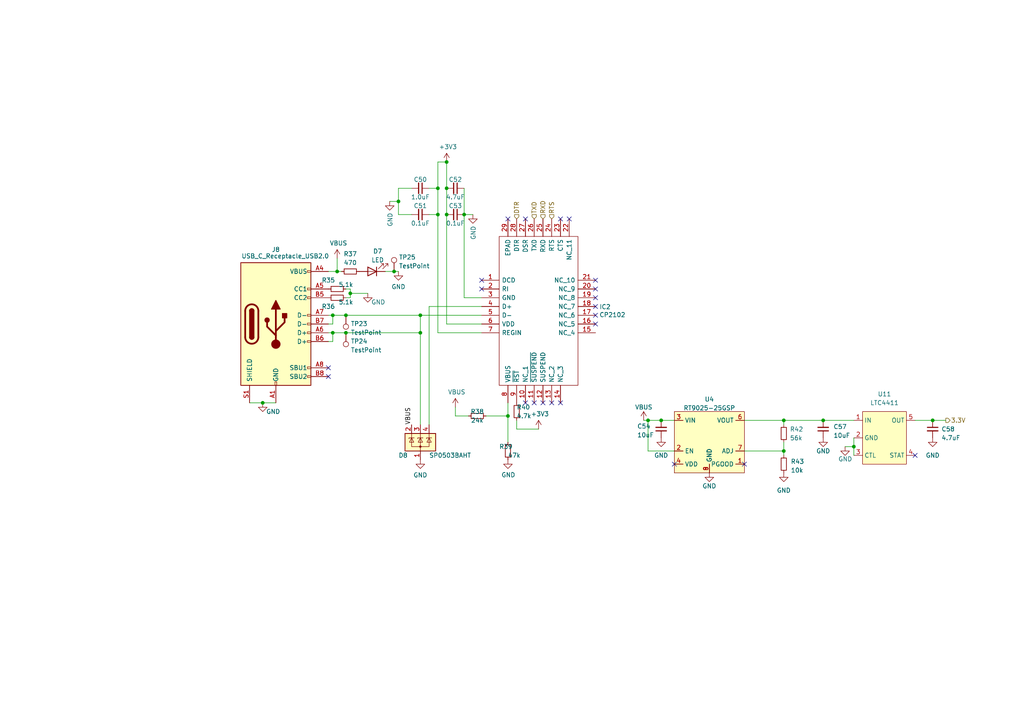
<source format=kicad_sch>
(kicad_sch (version 20211123) (generator eeschema)

  (uuid 313530c0-d6d5-4d5d-8f1d-def07249aa39)

  (paper "A4")

  (lib_symbols
    (symbol "Connector:TestPoint" (pin_numbers hide) (pin_names (offset 0.762) hide) (in_bom yes) (on_board yes)
      (property "Reference" "TP" (id 0) (at 0 6.858 0)
        (effects (font (size 1.27 1.27)))
      )
      (property "Value" "TestPoint" (id 1) (at 0 5.08 0)
        (effects (font (size 1.27 1.27)))
      )
      (property "Footprint" "" (id 2) (at 5.08 0 0)
        (effects (font (size 1.27 1.27)) hide)
      )
      (property "Datasheet" "~" (id 3) (at 5.08 0 0)
        (effects (font (size 1.27 1.27)) hide)
      )
      (property "ki_keywords" "test point tp" (id 4) (at 0 0 0)
        (effects (font (size 1.27 1.27)) hide)
      )
      (property "ki_description" "test point" (id 5) (at 0 0 0)
        (effects (font (size 1.27 1.27)) hide)
      )
      (property "ki_fp_filters" "Pin* Test*" (id 6) (at 0 0 0)
        (effects (font (size 1.27 1.27)) hide)
      )
      (symbol "TestPoint_0_1"
        (circle (center 0 3.302) (radius 0.762)
          (stroke (width 0) (type default) (color 0 0 0 0))
          (fill (type none))
        )
      )
      (symbol "TestPoint_1_1"
        (pin passive line (at 0 0 90) (length 2.54)
          (name "1" (effects (font (size 1.27 1.27))))
          (number "1" (effects (font (size 1.27 1.27))))
        )
      )
    )
    (symbol "Connector:USB_C_Receptacle_USB2.0" (pin_names (offset 1.016)) (in_bom yes) (on_board yes)
      (property "Reference" "J" (id 0) (at -10.16 19.05 0)
        (effects (font (size 1.27 1.27)) (justify left))
      )
      (property "Value" "USB_C_Receptacle_USB2.0" (id 1) (at 19.05 19.05 0)
        (effects (font (size 1.27 1.27)) (justify right))
      )
      (property "Footprint" "" (id 2) (at 3.81 0 0)
        (effects (font (size 1.27 1.27)) hide)
      )
      (property "Datasheet" "https://www.usb.org/sites/default/files/documents/usb_type-c.zip" (id 3) (at 3.81 0 0)
        (effects (font (size 1.27 1.27)) hide)
      )
      (property "ki_keywords" "usb universal serial bus type-C USB2.0" (id 4) (at 0 0 0)
        (effects (font (size 1.27 1.27)) hide)
      )
      (property "ki_description" "USB 2.0-only Type-C Receptacle connector" (id 5) (at 0 0 0)
        (effects (font (size 1.27 1.27)) hide)
      )
      (property "ki_fp_filters" "USB*C*Receptacle*" (id 6) (at 0 0 0)
        (effects (font (size 1.27 1.27)) hide)
      )
      (symbol "USB_C_Receptacle_USB2.0_0_0"
        (rectangle (start -0.254 -17.78) (end 0.254 -16.764)
          (stroke (width 0) (type default) (color 0 0 0 0))
          (fill (type none))
        )
        (rectangle (start 10.16 -14.986) (end 9.144 -15.494)
          (stroke (width 0) (type default) (color 0 0 0 0))
          (fill (type none))
        )
        (rectangle (start 10.16 -12.446) (end 9.144 -12.954)
          (stroke (width 0) (type default) (color 0 0 0 0))
          (fill (type none))
        )
        (rectangle (start 10.16 -4.826) (end 9.144 -5.334)
          (stroke (width 0) (type default) (color 0 0 0 0))
          (fill (type none))
        )
        (rectangle (start 10.16 -2.286) (end 9.144 -2.794)
          (stroke (width 0) (type default) (color 0 0 0 0))
          (fill (type none))
        )
        (rectangle (start 10.16 0.254) (end 9.144 -0.254)
          (stroke (width 0) (type default) (color 0 0 0 0))
          (fill (type none))
        )
        (rectangle (start 10.16 2.794) (end 9.144 2.286)
          (stroke (width 0) (type default) (color 0 0 0 0))
          (fill (type none))
        )
        (rectangle (start 10.16 7.874) (end 9.144 7.366)
          (stroke (width 0) (type default) (color 0 0 0 0))
          (fill (type none))
        )
        (rectangle (start 10.16 10.414) (end 9.144 9.906)
          (stroke (width 0) (type default) (color 0 0 0 0))
          (fill (type none))
        )
        (rectangle (start 10.16 15.494) (end 9.144 14.986)
          (stroke (width 0) (type default) (color 0 0 0 0))
          (fill (type none))
        )
      )
      (symbol "USB_C_Receptacle_USB2.0_0_1"
        (rectangle (start -10.16 17.78) (end 10.16 -17.78)
          (stroke (width 0.254) (type default) (color 0 0 0 0))
          (fill (type background))
        )
        (arc (start -8.89 -3.81) (mid -6.985 -5.715) (end -5.08 -3.81)
          (stroke (width 0.508) (type default) (color 0 0 0 0))
          (fill (type none))
        )
        (arc (start -7.62 -3.81) (mid -6.985 -4.445) (end -6.35 -3.81)
          (stroke (width 0.254) (type default) (color 0 0 0 0))
          (fill (type none))
        )
        (arc (start -7.62 -3.81) (mid -6.985 -4.445) (end -6.35 -3.81)
          (stroke (width 0.254) (type default) (color 0 0 0 0))
          (fill (type outline))
        )
        (rectangle (start -7.62 -3.81) (end -6.35 3.81)
          (stroke (width 0.254) (type default) (color 0 0 0 0))
          (fill (type outline))
        )
        (arc (start -6.35 3.81) (mid -6.985 4.445) (end -7.62 3.81)
          (stroke (width 0.254) (type default) (color 0 0 0 0))
          (fill (type none))
        )
        (arc (start -6.35 3.81) (mid -6.985 4.445) (end -7.62 3.81)
          (stroke (width 0.254) (type default) (color 0 0 0 0))
          (fill (type outline))
        )
        (arc (start -5.08 3.81) (mid -6.985 5.715) (end -8.89 3.81)
          (stroke (width 0.508) (type default) (color 0 0 0 0))
          (fill (type none))
        )
        (circle (center -2.54 1.143) (radius 0.635)
          (stroke (width 0.254) (type default) (color 0 0 0 0))
          (fill (type outline))
        )
        (circle (center 0 -5.842) (radius 1.27)
          (stroke (width 0) (type default) (color 0 0 0 0))
          (fill (type outline))
        )
        (polyline
          (pts
            (xy -8.89 -3.81)
            (xy -8.89 3.81)
          )
          (stroke (width 0.508) (type default) (color 0 0 0 0))
          (fill (type none))
        )
        (polyline
          (pts
            (xy -5.08 3.81)
            (xy -5.08 -3.81)
          )
          (stroke (width 0.508) (type default) (color 0 0 0 0))
          (fill (type none))
        )
        (polyline
          (pts
            (xy 0 -5.842)
            (xy 0 4.318)
          )
          (stroke (width 0.508) (type default) (color 0 0 0 0))
          (fill (type none))
        )
        (polyline
          (pts
            (xy 0 -3.302)
            (xy -2.54 -0.762)
            (xy -2.54 0.508)
          )
          (stroke (width 0.508) (type default) (color 0 0 0 0))
          (fill (type none))
        )
        (polyline
          (pts
            (xy 0 -2.032)
            (xy 2.54 0.508)
            (xy 2.54 1.778)
          )
          (stroke (width 0.508) (type default) (color 0 0 0 0))
          (fill (type none))
        )
        (polyline
          (pts
            (xy -1.27 4.318)
            (xy 0 6.858)
            (xy 1.27 4.318)
            (xy -1.27 4.318)
          )
          (stroke (width 0.254) (type default) (color 0 0 0 0))
          (fill (type outline))
        )
        (rectangle (start 1.905 1.778) (end 3.175 3.048)
          (stroke (width 0.254) (type default) (color 0 0 0 0))
          (fill (type outline))
        )
      )
      (symbol "USB_C_Receptacle_USB2.0_1_1"
        (pin passive line (at 0 -22.86 90) (length 5.08)
          (name "GND" (effects (font (size 1.27 1.27))))
          (number "A1" (effects (font (size 1.27 1.27))))
        )
        (pin passive line (at 0 -22.86 90) (length 5.08) hide
          (name "GND" (effects (font (size 1.27 1.27))))
          (number "A12" (effects (font (size 1.27 1.27))))
        )
        (pin passive line (at 15.24 15.24 180) (length 5.08)
          (name "VBUS" (effects (font (size 1.27 1.27))))
          (number "A4" (effects (font (size 1.27 1.27))))
        )
        (pin bidirectional line (at 15.24 10.16 180) (length 5.08)
          (name "CC1" (effects (font (size 1.27 1.27))))
          (number "A5" (effects (font (size 1.27 1.27))))
        )
        (pin bidirectional line (at 15.24 -2.54 180) (length 5.08)
          (name "D+" (effects (font (size 1.27 1.27))))
          (number "A6" (effects (font (size 1.27 1.27))))
        )
        (pin bidirectional line (at 15.24 2.54 180) (length 5.08)
          (name "D-" (effects (font (size 1.27 1.27))))
          (number "A7" (effects (font (size 1.27 1.27))))
        )
        (pin bidirectional line (at 15.24 -12.7 180) (length 5.08)
          (name "SBU1" (effects (font (size 1.27 1.27))))
          (number "A8" (effects (font (size 1.27 1.27))))
        )
        (pin passive line (at 15.24 15.24 180) (length 5.08) hide
          (name "VBUS" (effects (font (size 1.27 1.27))))
          (number "A9" (effects (font (size 1.27 1.27))))
        )
        (pin passive line (at 0 -22.86 90) (length 5.08) hide
          (name "GND" (effects (font (size 1.27 1.27))))
          (number "B1" (effects (font (size 1.27 1.27))))
        )
        (pin passive line (at 0 -22.86 90) (length 5.08) hide
          (name "GND" (effects (font (size 1.27 1.27))))
          (number "B12" (effects (font (size 1.27 1.27))))
        )
        (pin passive line (at 15.24 15.24 180) (length 5.08) hide
          (name "VBUS" (effects (font (size 1.27 1.27))))
          (number "B4" (effects (font (size 1.27 1.27))))
        )
        (pin bidirectional line (at 15.24 7.62 180) (length 5.08)
          (name "CC2" (effects (font (size 1.27 1.27))))
          (number "B5" (effects (font (size 1.27 1.27))))
        )
        (pin bidirectional line (at 15.24 -5.08 180) (length 5.08)
          (name "D+" (effects (font (size 1.27 1.27))))
          (number "B6" (effects (font (size 1.27 1.27))))
        )
        (pin bidirectional line (at 15.24 0 180) (length 5.08)
          (name "D-" (effects (font (size 1.27 1.27))))
          (number "B7" (effects (font (size 1.27 1.27))))
        )
        (pin bidirectional line (at 15.24 -15.24 180) (length 5.08)
          (name "SBU2" (effects (font (size 1.27 1.27))))
          (number "B8" (effects (font (size 1.27 1.27))))
        )
        (pin passive line (at 15.24 15.24 180) (length 5.08) hide
          (name "VBUS" (effects (font (size 1.27 1.27))))
          (number "B9" (effects (font (size 1.27 1.27))))
        )
        (pin passive line (at -7.62 -22.86 90) (length 5.08)
          (name "SHIELD" (effects (font (size 1.27 1.27))))
          (number "S1" (effects (font (size 1.27 1.27))))
        )
      )
    )
    (symbol "Device:C_Small" (pin_numbers hide) (pin_names (offset 0.254) hide) (in_bom yes) (on_board yes)
      (property "Reference" "C" (id 0) (at 0.254 1.778 0)
        (effects (font (size 1.27 1.27)) (justify left))
      )
      (property "Value" "C_Small" (id 1) (at 0.254 -2.032 0)
        (effects (font (size 1.27 1.27)) (justify left))
      )
      (property "Footprint" "" (id 2) (at 0 0 0)
        (effects (font (size 1.27 1.27)) hide)
      )
      (property "Datasheet" "~" (id 3) (at 0 0 0)
        (effects (font (size 1.27 1.27)) hide)
      )
      (property "ki_keywords" "capacitor cap" (id 4) (at 0 0 0)
        (effects (font (size 1.27 1.27)) hide)
      )
      (property "ki_description" "Unpolarized capacitor, small symbol" (id 5) (at 0 0 0)
        (effects (font (size 1.27 1.27)) hide)
      )
      (property "ki_fp_filters" "C_*" (id 6) (at 0 0 0)
        (effects (font (size 1.27 1.27)) hide)
      )
      (symbol "C_Small_0_1"
        (polyline
          (pts
            (xy -1.524 -0.508)
            (xy 1.524 -0.508)
          )
          (stroke (width 0.3302) (type default) (color 0 0 0 0))
          (fill (type none))
        )
        (polyline
          (pts
            (xy -1.524 0.508)
            (xy 1.524 0.508)
          )
          (stroke (width 0.3048) (type default) (color 0 0 0 0))
          (fill (type none))
        )
      )
      (symbol "C_Small_1_1"
        (pin passive line (at 0 2.54 270) (length 2.032)
          (name "~" (effects (font (size 1.27 1.27))))
          (number "1" (effects (font (size 1.27 1.27))))
        )
        (pin passive line (at 0 -2.54 90) (length 2.032)
          (name "~" (effects (font (size 1.27 1.27))))
          (number "2" (effects (font (size 1.27 1.27))))
        )
      )
    )
    (symbol "Device:LED" (pin_numbers hide) (pin_names (offset 1.016) hide) (in_bom yes) (on_board yes)
      (property "Reference" "D" (id 0) (at 0 2.54 0)
        (effects (font (size 1.27 1.27)))
      )
      (property "Value" "LED" (id 1) (at 0 -2.54 0)
        (effects (font (size 1.27 1.27)))
      )
      (property "Footprint" "" (id 2) (at 0 0 0)
        (effects (font (size 1.27 1.27)) hide)
      )
      (property "Datasheet" "~" (id 3) (at 0 0 0)
        (effects (font (size 1.27 1.27)) hide)
      )
      (property "ki_keywords" "LED diode" (id 4) (at 0 0 0)
        (effects (font (size 1.27 1.27)) hide)
      )
      (property "ki_description" "Light emitting diode" (id 5) (at 0 0 0)
        (effects (font (size 1.27 1.27)) hide)
      )
      (property "ki_fp_filters" "LED* LED_SMD:* LED_THT:*" (id 6) (at 0 0 0)
        (effects (font (size 1.27 1.27)) hide)
      )
      (symbol "LED_0_1"
        (polyline
          (pts
            (xy -1.27 -1.27)
            (xy -1.27 1.27)
          )
          (stroke (width 0.254) (type default) (color 0 0 0 0))
          (fill (type none))
        )
        (polyline
          (pts
            (xy -1.27 0)
            (xy 1.27 0)
          )
          (stroke (width 0) (type default) (color 0 0 0 0))
          (fill (type none))
        )
        (polyline
          (pts
            (xy 1.27 -1.27)
            (xy 1.27 1.27)
            (xy -1.27 0)
            (xy 1.27 -1.27)
          )
          (stroke (width 0.254) (type default) (color 0 0 0 0))
          (fill (type none))
        )
        (polyline
          (pts
            (xy -3.048 -0.762)
            (xy -4.572 -2.286)
            (xy -3.81 -2.286)
            (xy -4.572 -2.286)
            (xy -4.572 -1.524)
          )
          (stroke (width 0) (type default) (color 0 0 0 0))
          (fill (type none))
        )
        (polyline
          (pts
            (xy -1.778 -0.762)
            (xy -3.302 -2.286)
            (xy -2.54 -2.286)
            (xy -3.302 -2.286)
            (xy -3.302 -1.524)
          )
          (stroke (width 0) (type default) (color 0 0 0 0))
          (fill (type none))
        )
      )
      (symbol "LED_1_1"
        (pin passive line (at -3.81 0 0) (length 2.54)
          (name "K" (effects (font (size 1.27 1.27))))
          (number "1" (effects (font (size 1.27 1.27))))
        )
        (pin passive line (at 3.81 0 180) (length 2.54)
          (name "A" (effects (font (size 1.27 1.27))))
          (number "2" (effects (font (size 1.27 1.27))))
        )
      )
    )
    (symbol "Device:R_Small" (pin_numbers hide) (pin_names (offset 0.254) hide) (in_bom yes) (on_board yes)
      (property "Reference" "R" (id 0) (at 0.762 0.508 0)
        (effects (font (size 1.27 1.27)) (justify left))
      )
      (property "Value" "R_Small" (id 1) (at 0.762 -1.016 0)
        (effects (font (size 1.27 1.27)) (justify left))
      )
      (property "Footprint" "" (id 2) (at 0 0 0)
        (effects (font (size 1.27 1.27)) hide)
      )
      (property "Datasheet" "~" (id 3) (at 0 0 0)
        (effects (font (size 1.27 1.27)) hide)
      )
      (property "ki_keywords" "R resistor" (id 4) (at 0 0 0)
        (effects (font (size 1.27 1.27)) hide)
      )
      (property "ki_description" "Resistor, small symbol" (id 5) (at 0 0 0)
        (effects (font (size 1.27 1.27)) hide)
      )
      (property "ki_fp_filters" "R_*" (id 6) (at 0 0 0)
        (effects (font (size 1.27 1.27)) hide)
      )
      (symbol "R_Small_0_1"
        (rectangle (start -0.762 1.778) (end 0.762 -1.778)
          (stroke (width 0.2032) (type default) (color 0 0 0 0))
          (fill (type none))
        )
      )
      (symbol "R_Small_1_1"
        (pin passive line (at 0 2.54 270) (length 0.762)
          (name "~" (effects (font (size 1.27 1.27))))
          (number "1" (effects (font (size 1.27 1.27))))
        )
        (pin passive line (at 0 -2.54 90) (length 0.762)
          (name "~" (effects (font (size 1.27 1.27))))
          (number "2" (effects (font (size 1.27 1.27))))
        )
      )
    )
    (symbol "Power_Protection:SP0503BAHT" (pin_names hide) (in_bom yes) (on_board yes)
      (property "Reference" "D" (id 0) (at 5.715 2.54 0)
        (effects (font (size 1.27 1.27)) (justify left))
      )
      (property "Value" "SP0503BAHT" (id 1) (at 5.715 0.635 0)
        (effects (font (size 1.27 1.27)) (justify left))
      )
      (property "Footprint" "Package_TO_SOT_SMD:SOT-143" (id 2) (at 5.715 -1.27 0)
        (effects (font (size 1.27 1.27)) (justify left) hide)
      )
      (property "Datasheet" "http://www.littelfuse.com/~/media/files/littelfuse/technical%20resources/documents/data%20sheets/sp05xxba.pdf" (id 3) (at 3.175 3.175 0)
        (effects (font (size 1.27 1.27)) hide)
      )
      (property "ki_keywords" "usb esd protection suppression transient" (id 4) (at 0 0 0)
        (effects (font (size 1.27 1.27)) hide)
      )
      (property "ki_description" "TVS Diode Array, 5.5V Standoff, 3 Channels, SOT-143 package" (id 5) (at 0 0 0)
        (effects (font (size 1.27 1.27)) hide)
      )
      (property "ki_fp_filters" "SOT?143*" (id 6) (at 0 0 0)
        (effects (font (size 1.27 1.27)) hide)
      )
      (symbol "SP0503BAHT_0_0"
        (pin passive line (at 0 -5.08 90) (length 2.54)
          (name "A" (effects (font (size 1.27 1.27))))
          (number "1" (effects (font (size 1.27 1.27))))
        )
      )
      (symbol "SP0503BAHT_0_1"
        (rectangle (start -4.445 2.54) (end 4.445 -2.54)
          (stroke (width 0.254) (type default) (color 0 0 0 0))
          (fill (type background))
        )
        (circle (center 0 -1.27) (radius 0.254)
          (stroke (width 0) (type default) (color 0 0 0 0))
          (fill (type outline))
        )
        (polyline
          (pts
            (xy -2.54 2.54)
            (xy -2.54 1.27)
          )
          (stroke (width 0) (type default) (color 0 0 0 0))
          (fill (type none))
        )
        (polyline
          (pts
            (xy 0 -1.27)
            (xy 0 -2.54)
          )
          (stroke (width 0) (type default) (color 0 0 0 0))
          (fill (type none))
        )
        (polyline
          (pts
            (xy 0 -1.27)
            (xy 0 1.27)
          )
          (stroke (width 0) (type default) (color 0 0 0 0))
          (fill (type none))
        )
        (polyline
          (pts
            (xy 0 2.54)
            (xy 0 1.27)
          )
          (stroke (width 0) (type default) (color 0 0 0 0))
          (fill (type none))
        )
        (polyline
          (pts
            (xy 0.635 1.27)
            (xy 0.762 1.27)
          )
          (stroke (width 0) (type default) (color 0 0 0 0))
          (fill (type none))
        )
        (polyline
          (pts
            (xy 2.54 2.54)
            (xy 2.54 1.27)
          )
          (stroke (width 0) (type default) (color 0 0 0 0))
          (fill (type none))
        )
        (polyline
          (pts
            (xy 0.635 1.27)
            (xy -0.762 1.27)
            (xy -0.762 1.016)
          )
          (stroke (width 0) (type default) (color 0 0 0 0))
          (fill (type none))
        )
        (polyline
          (pts
            (xy -3.302 1.016)
            (xy -3.302 1.27)
            (xy -1.905 1.27)
            (xy -1.778 1.27)
          )
          (stroke (width 0) (type default) (color 0 0 0 0))
          (fill (type none))
        )
        (polyline
          (pts
            (xy -2.54 1.27)
            (xy -2.54 -1.27)
            (xy 2.54 -1.27)
            (xy 2.54 1.27)
          )
          (stroke (width 0) (type default) (color 0 0 0 0))
          (fill (type none))
        )
        (polyline
          (pts
            (xy -2.54 1.27)
            (xy -1.905 0)
            (xy -3.175 0)
            (xy -2.54 1.27)
          )
          (stroke (width 0) (type default) (color 0 0 0 0))
          (fill (type none))
        )
        (polyline
          (pts
            (xy 0.635 0)
            (xy -0.635 0)
            (xy 0 1.27)
            (xy 0.635 0)
          )
          (stroke (width 0) (type default) (color 0 0 0 0))
          (fill (type none))
        )
        (polyline
          (pts
            (xy 1.778 1.016)
            (xy 1.778 1.27)
            (xy 3.175 1.27)
            (xy 3.302 1.27)
          )
          (stroke (width 0) (type default) (color 0 0 0 0))
          (fill (type none))
        )
        (polyline
          (pts
            (xy 2.54 1.27)
            (xy 1.905 0)
            (xy 3.175 0)
            (xy 2.54 1.27)
          )
          (stroke (width 0) (type default) (color 0 0 0 0))
          (fill (type none))
        )
      )
      (symbol "SP0503BAHT_1_1"
        (pin passive line (at -2.54 5.08 270) (length 2.54)
          (name "K" (effects (font (size 1.27 1.27))))
          (number "2" (effects (font (size 1.27 1.27))))
        )
        (pin passive line (at 0 5.08 270) (length 2.54)
          (name "K" (effects (font (size 1.27 1.27))))
          (number "3" (effects (font (size 1.27 1.27))))
        )
        (pin passive line (at 2.54 5.08 270) (length 2.54)
          (name "K" (effects (font (size 1.27 1.27))))
          (number "4" (effects (font (size 1.27 1.27))))
        )
      )
    )
    (symbol "iclr:CP2102" (pin_names (offset 0.762)) (in_bom yes) (on_board yes)
      (property "Reference" "IC" (id 0) (at 29.21 17.78 0)
        (effects (font (size 1.27 1.27)) (justify left))
      )
      (property "Value" "CP2102" (id 1) (at 29.21 15.24 0)
        (effects (font (size 1.27 1.27)) (justify left))
      )
      (property "Footprint" "QFN50P500X500X100-29N-D" (id 2) (at 29.21 12.7 0)
        (effects (font (size 1.27 1.27)) (justify left) hide)
      )
      (property "Datasheet" "https://componentsearchengine.com/Datasheets/1/CP2102.pdf" (id 3) (at 29.21 10.16 0)
        (effects (font (size 1.27 1.27)) (justify left) hide)
      )
      (property "Description" "USB Interface IC" (id 4) (at 29.21 7.62 0)
        (effects (font (size 1.27 1.27)) (justify left) hide)
      )
      (property "Height" "1" (id 5) (at 29.21 5.08 0)
        (effects (font (size 1.27 1.27)) (justify left) hide)
      )
      (property "Manufacturer_Name" "Silicon Labs" (id 6) (at 29.21 2.54 0)
        (effects (font (size 1.27 1.27)) (justify left) hide)
      )
      (property "Manufacturer_Part_Number" "CP2102" (id 7) (at 29.21 0 0)
        (effects (font (size 1.27 1.27)) (justify left) hide)
      )
      (property "Mouser Part Number" "634-CP2102" (id 8) (at 29.21 -2.54 0)
        (effects (font (size 1.27 1.27)) (justify left) hide)
      )
      (property "Mouser Price/Stock" "https://www.mouser.co.uk/ProductDetail/Silicon-Labs/CP2102?qs=ucY0lxHzU7615lOm95XT0w%3D%3D" (id 9) (at 29.21 -5.08 0)
        (effects (font (size 1.27 1.27)) (justify left) hide)
      )
      (property "ki_description" "USB Interface IC" (id 10) (at 0 0 0)
        (effects (font (size 1.27 1.27)) hide)
      )
      (symbol "CP2102_0_0"
        (pin passive line (at 0 0 0) (length 5.08)
          (name "DCD" (effects (font (size 1.27 1.27))))
          (number "1" (effects (font (size 1.27 1.27))))
        )
        (pin passive line (at 12.7 -35.56 90) (length 5.08)
          (name "NC_1" (effects (font (size 1.27 1.27))))
          (number "10" (effects (font (size 1.27 1.27))))
        )
        (pin passive line (at 15.24 -35.56 90) (length 5.08)
          (name "~{SUSPEND}" (effects (font (size 1.27 1.27))))
          (number "11" (effects (font (size 1.27 1.27))))
        )
        (pin passive line (at 17.78 -35.56 90) (length 5.08)
          (name "SUSPEND" (effects (font (size 1.27 1.27))))
          (number "12" (effects (font (size 1.27 1.27))))
        )
        (pin passive line (at 20.32 -35.56 90) (length 5.08)
          (name "NC_2" (effects (font (size 1.27 1.27))))
          (number "13" (effects (font (size 1.27 1.27))))
        )
        (pin passive line (at 22.86 -35.56 90) (length 5.08)
          (name "NC_3" (effects (font (size 1.27 1.27))))
          (number "14" (effects (font (size 1.27 1.27))))
        )
        (pin passive line (at 33.02 -15.24 180) (length 5.08)
          (name "NC_4" (effects (font (size 1.27 1.27))))
          (number "15" (effects (font (size 1.27 1.27))))
        )
        (pin passive line (at 33.02 -12.7 180) (length 5.08)
          (name "NC_5" (effects (font (size 1.27 1.27))))
          (number "16" (effects (font (size 1.27 1.27))))
        )
        (pin passive line (at 33.02 -10.16 180) (length 5.08)
          (name "NC_6" (effects (font (size 1.27 1.27))))
          (number "17" (effects (font (size 1.27 1.27))))
        )
        (pin passive line (at 33.02 -7.62 180) (length 5.08)
          (name "NC_7" (effects (font (size 1.27 1.27))))
          (number "18" (effects (font (size 1.27 1.27))))
        )
        (pin passive line (at 33.02 -5.08 180) (length 5.08)
          (name "NC_8" (effects (font (size 1.27 1.27))))
          (number "19" (effects (font (size 1.27 1.27))))
        )
        (pin passive line (at 0 -2.54 0) (length 5.08)
          (name "RI" (effects (font (size 1.27 1.27))))
          (number "2" (effects (font (size 1.27 1.27))))
        )
        (pin passive line (at 33.02 -2.54 180) (length 5.08)
          (name "NC_9" (effects (font (size 1.27 1.27))))
          (number "20" (effects (font (size 1.27 1.27))))
        )
        (pin passive line (at 33.02 0 180) (length 5.08)
          (name "NC_10" (effects (font (size 1.27 1.27))))
          (number "21" (effects (font (size 1.27 1.27))))
        )
        (pin passive line (at 25.4 17.78 270) (length 5.08)
          (name "NC_11" (effects (font (size 1.27 1.27))))
          (number "22" (effects (font (size 1.27 1.27))))
        )
        (pin passive line (at 22.86 17.78 270) (length 5.08)
          (name "CTS" (effects (font (size 1.27 1.27))))
          (number "23" (effects (font (size 1.27 1.27))))
        )
        (pin passive line (at 20.32 17.78 270) (length 5.08)
          (name "RTS" (effects (font (size 1.27 1.27))))
          (number "24" (effects (font (size 1.27 1.27))))
        )
        (pin passive line (at 17.78 17.78 270) (length 5.08)
          (name "RXD" (effects (font (size 1.27 1.27))))
          (number "25" (effects (font (size 1.27 1.27))))
        )
        (pin passive line (at 15.24 17.78 270) (length 5.08)
          (name "TXD" (effects (font (size 1.27 1.27))))
          (number "26" (effects (font (size 1.27 1.27))))
        )
        (pin passive line (at 12.7 17.78 270) (length 5.08)
          (name "DSR" (effects (font (size 1.27 1.27))))
          (number "27" (effects (font (size 1.27 1.27))))
        )
        (pin passive line (at 10.16 17.78 270) (length 5.08)
          (name "DTR" (effects (font (size 1.27 1.27))))
          (number "28" (effects (font (size 1.27 1.27))))
        )
        (pin passive line (at 7.62 17.78 270) (length 5.08)
          (name "EPAD" (effects (font (size 1.27 1.27))))
          (number "29" (effects (font (size 1.27 1.27))))
        )
        (pin passive line (at 0 -5.08 0) (length 5.08)
          (name "GND" (effects (font (size 1.27 1.27))))
          (number "3" (effects (font (size 1.27 1.27))))
        )
        (pin passive line (at 0 -7.62 0) (length 5.08)
          (name "D+" (effects (font (size 1.27 1.27))))
          (number "4" (effects (font (size 1.27 1.27))))
        )
        (pin passive line (at 0 -10.16 0) (length 5.08)
          (name "D-" (effects (font (size 1.27 1.27))))
          (number "5" (effects (font (size 1.27 1.27))))
        )
        (pin passive line (at 0 -12.7 0) (length 5.08)
          (name "VDD" (effects (font (size 1.27 1.27))))
          (number "6" (effects (font (size 1.27 1.27))))
        )
        (pin passive line (at 0 -15.24 0) (length 5.08)
          (name "REGIN" (effects (font (size 1.27 1.27))))
          (number "7" (effects (font (size 1.27 1.27))))
        )
        (pin passive line (at 7.62 -35.56 90) (length 5.08)
          (name "VBUS" (effects (font (size 1.27 1.27))))
          (number "8" (effects (font (size 1.27 1.27))))
        )
        (pin passive line (at 10.16 -35.56 90) (length 5.08)
          (name "~{RST}" (effects (font (size 1.27 1.27))))
          (number "9" (effects (font (size 1.27 1.27))))
        )
      )
      (symbol "CP2102_0_1"
        (polyline
          (pts
            (xy 5.08 12.7)
            (xy 27.94 12.7)
            (xy 27.94 -30.48)
            (xy 5.08 -30.48)
            (xy 5.08 12.7)
          )
          (stroke (width 0.1524) (type default) (color 0 0 0 0))
          (fill (type none))
        )
      )
    )
    (symbol "iclr:LTC4411" (in_bom yes) (on_board yes)
      (property "Reference" "U" (id 0) (at 0 1.27 0)
        (effects (font (size 1.27 1.27)))
      )
      (property "Value" "LTC4411" (id 1) (at 0 -1.27 0)
        (effects (font (size 1.27 1.27)))
      )
      (property "Footprint" "" (id 2) (at 0 0 0)
        (effects (font (size 1.27 1.27)) hide)
      )
      (property "Datasheet" "" (id 3) (at 0 0 0)
        (effects (font (size 1.27 1.27)) hide)
      )
      (symbol "LTC4411_0_1"
        (rectangle (start -6.35 -2.54) (end 6.35 -17.78)
          (stroke (width 0) (type default) (color 0 0 0 0))
          (fill (type background))
        )
      )
      (symbol "LTC4411_1_1"
        (pin power_in line (at -8.89 -5.08 0) (length 2.54)
          (name "IN" (effects (font (size 1.27 1.27))))
          (number "1" (effects (font (size 1.27 1.27))))
        )
        (pin output line (at -8.89 -10.16 0) (length 2.54)
          (name "GND" (effects (font (size 1.27 1.27))))
          (number "2" (effects (font (size 1.27 1.27))))
        )
        (pin input line (at -8.89 -15.24 0) (length 2.54)
          (name "CTL" (effects (font (size 1.27 1.27))))
          (number "3" (effects (font (size 1.27 1.27))))
        )
        (pin input line (at 8.89 -15.24 180) (length 2.54)
          (name "STAT" (effects (font (size 1.27 1.27))))
          (number "4" (effects (font (size 1.27 1.27))))
        )
        (pin power_out line (at 8.89 -5.08 180) (length 2.54)
          (name "OUT" (effects (font (size 1.27 1.27))))
          (number "5" (effects (font (size 1.27 1.27))))
        )
      )
    )
    (symbol "iclr:RT9025-25GSP" (in_bom yes) (on_board yes)
      (property "Reference" "U6" (id 0) (at 0 4.8428 0)
        (effects (font (size 1.27 1.27)))
      )
      (property "Value" "RT9025-25GSP" (id 1) (at 0 2.3059 0)
        (effects (font (size 1.27 1.27)))
      )
      (property "Footprint" "iclr:SOIC127P599X175-9N" (id 2) (at 0 5.08 0)
        (effects (font (size 1.27 1.27)) hide)
      )
      (property "Datasheet" "" (id 3) (at 0 5.08 0)
        (effects (font (size 1.27 1.27)) hide)
      )
      (symbol "RT9025-25GSP_1_1"
        (rectangle (start -10.16 1.27) (end 10.16 -16.51)
          (stroke (width 0) (type default) (color 0 0 0 0))
          (fill (type background))
        )
        (pin output line (at 10.16 -13.97 180) (length 2.54)
          (name "PGOOD" (effects (font (size 1.27 1.27))))
          (number "1" (effects (font (size 1.27 1.27))))
        )
        (pin input line (at -10.16 -10.16 0) (length 2.54)
          (name "EN" (effects (font (size 1.27 1.27))))
          (number "2" (effects (font (size 1.27 1.27))))
        )
        (pin input line (at -10.16 -1.27 0) (length 2.54)
          (name "VIN" (effects (font (size 1.27 1.27))))
          (number "3" (effects (font (size 1.27 1.27))))
        )
        (pin input line (at -10.16 -13.97 0) (length 2.54)
          (name "VDD" (effects (font (size 1.27 1.27))))
          (number "4" (effects (font (size 1.27 1.27))))
        )
        (pin output line (at 10.16 -1.27 180) (length 2.54)
          (name "VOUT" (effects (font (size 1.27 1.27))))
          (number "6" (effects (font (size 1.27 1.27))))
        )
        (pin input line (at 10.16 -10.16 180) (length 2.54)
          (name "ADJ" (effects (font (size 1.27 1.27))))
          (number "7" (effects (font (size 1.27 1.27))))
        )
        (pin input line (at 0 -16.51 90) (length 2.54)
          (name "GND" (effects (font (size 1.27 1.27))))
          (number "8" (effects (font (size 1.27 1.27))))
        )
        (pin input line (at 0 -16.51 90) (length 2.54)
          (name "GND" (effects (font (size 1.27 1.27))))
          (number "9" (effects (font (size 1.27 1.27))))
        )
      )
    )
    (symbol "power:+3.3V" (power) (pin_names (offset 0)) (in_bom yes) (on_board yes)
      (property "Reference" "#PWR" (id 0) (at 0 -3.81 0)
        (effects (font (size 1.27 1.27)) hide)
      )
      (property "Value" "+3.3V" (id 1) (at 0 3.556 0)
        (effects (font (size 1.27 1.27)))
      )
      (property "Footprint" "" (id 2) (at 0 0 0)
        (effects (font (size 1.27 1.27)) hide)
      )
      (property "Datasheet" "" (id 3) (at 0 0 0)
        (effects (font (size 1.27 1.27)) hide)
      )
      (property "ki_keywords" "power-flag" (id 4) (at 0 0 0)
        (effects (font (size 1.27 1.27)) hide)
      )
      (property "ki_description" "Power symbol creates a global label with name \"+3.3V\"" (id 5) (at 0 0 0)
        (effects (font (size 1.27 1.27)) hide)
      )
      (symbol "+3.3V_0_1"
        (polyline
          (pts
            (xy -0.762 1.27)
            (xy 0 2.54)
          )
          (stroke (width 0) (type default) (color 0 0 0 0))
          (fill (type none))
        )
        (polyline
          (pts
            (xy 0 0)
            (xy 0 2.54)
          )
          (stroke (width 0) (type default) (color 0 0 0 0))
          (fill (type none))
        )
        (polyline
          (pts
            (xy 0 2.54)
            (xy 0.762 1.27)
          )
          (stroke (width 0) (type default) (color 0 0 0 0))
          (fill (type none))
        )
      )
      (symbol "+3.3V_1_1"
        (pin power_in line (at 0 0 90) (length 0) hide
          (name "+3V3" (effects (font (size 1.27 1.27))))
          (number "1" (effects (font (size 1.27 1.27))))
        )
      )
    )
    (symbol "power:GND" (power) (pin_names (offset 0)) (in_bom yes) (on_board yes)
      (property "Reference" "#PWR" (id 0) (at 0 -6.35 0)
        (effects (font (size 1.27 1.27)) hide)
      )
      (property "Value" "GND" (id 1) (at 0 -3.81 0)
        (effects (font (size 1.27 1.27)))
      )
      (property "Footprint" "" (id 2) (at 0 0 0)
        (effects (font (size 1.27 1.27)) hide)
      )
      (property "Datasheet" "" (id 3) (at 0 0 0)
        (effects (font (size 1.27 1.27)) hide)
      )
      (property "ki_keywords" "power-flag" (id 4) (at 0 0 0)
        (effects (font (size 1.27 1.27)) hide)
      )
      (property "ki_description" "Power symbol creates a global label with name \"GND\" , ground" (id 5) (at 0 0 0)
        (effects (font (size 1.27 1.27)) hide)
      )
      (symbol "GND_0_1"
        (polyline
          (pts
            (xy 0 0)
            (xy 0 -1.27)
            (xy 1.27 -1.27)
            (xy 0 -2.54)
            (xy -1.27 -1.27)
            (xy 0 -1.27)
          )
          (stroke (width 0) (type default) (color 0 0 0 0))
          (fill (type none))
        )
      )
      (symbol "GND_1_1"
        (pin power_in line (at 0 0 270) (length 0) hide
          (name "GND" (effects (font (size 1.27 1.27))))
          (number "1" (effects (font (size 1.27 1.27))))
        )
      )
    )
    (symbol "power:VBUS" (power) (pin_names (offset 0)) (in_bom yes) (on_board yes)
      (property "Reference" "#PWR" (id 0) (at 0 -3.81 0)
        (effects (font (size 1.27 1.27)) hide)
      )
      (property "Value" "VBUS" (id 1) (at 0 3.81 0)
        (effects (font (size 1.27 1.27)))
      )
      (property "Footprint" "" (id 2) (at 0 0 0)
        (effects (font (size 1.27 1.27)) hide)
      )
      (property "Datasheet" "" (id 3) (at 0 0 0)
        (effects (font (size 1.27 1.27)) hide)
      )
      (property "ki_keywords" "power-flag" (id 4) (at 0 0 0)
        (effects (font (size 1.27 1.27)) hide)
      )
      (property "ki_description" "Power symbol creates a global label with name \"VBUS\"" (id 5) (at 0 0 0)
        (effects (font (size 1.27 1.27)) hide)
      )
      (symbol "VBUS_0_1"
        (polyline
          (pts
            (xy -0.762 1.27)
            (xy 0 2.54)
          )
          (stroke (width 0) (type default) (color 0 0 0 0))
          (fill (type none))
        )
        (polyline
          (pts
            (xy 0 0)
            (xy 0 2.54)
          )
          (stroke (width 0) (type default) (color 0 0 0 0))
          (fill (type none))
        )
        (polyline
          (pts
            (xy 0 2.54)
            (xy 0.762 1.27)
          )
          (stroke (width 0) (type default) (color 0 0 0 0))
          (fill (type none))
        )
      )
      (symbol "VBUS_1_1"
        (pin power_in line (at 0 0 90) (length 0) hide
          (name "VBUS" (effects (font (size 1.27 1.27))))
          (number "1" (effects (font (size 1.27 1.27))))
        )
      )
    )
  )

  (junction (at 247.65 129.54) (diameter 0) (color 0 0 0 0)
    (uuid 0948929a-3b1b-4037-9169-f6cddd5f437f)
  )
  (junction (at 129.54 62.23) (diameter 0) (color 0 0 0 0)
    (uuid 18f21aac-4a87-43d3-a1a2-26b77828a930)
  )
  (junction (at 147.32 120.65) (diameter 0) (color 0 0 0 0)
    (uuid 1c29b3e8-5e6e-43f9-817b-e1628b7d5376)
  )
  (junction (at 96.52 91.44) (diameter 0) (color 0 0 0 0)
    (uuid 2a49035a-e6f5-4a50-8071-c23065389f51)
  )
  (junction (at 100.33 91.44) (diameter 0) (color 0 0 0 0)
    (uuid 38fb8e67-36e9-4839-b031-a67f48966acb)
  )
  (junction (at 115.57 58.42) (diameter 0) (color 0 0 0 0)
    (uuid 4936daab-87ad-422b-b2aa-4c1e6cb463e6)
  )
  (junction (at 114.3 78.74) (diameter 0) (color 0 0 0 0)
    (uuid 58999911-e734-4e95-97a6-15ab3caf021c)
  )
  (junction (at 270.51 121.92) (diameter 0) (color 0 0 0 0)
    (uuid 5fef7766-d31c-4e0a-b637-f991dc7e201b)
  )
  (junction (at 227.33 130.81) (diameter 0) (color 0 0 0 0)
    (uuid 745426e3-e0e8-456a-8219-3ff990cba810)
  )
  (junction (at 96.52 96.52) (diameter 0) (color 0 0 0 0)
    (uuid 77ab9d4c-13a1-47bb-9756-02d08f89616a)
  )
  (junction (at 100.33 96.52) (diameter 0) (color 0 0 0 0)
    (uuid 7a5c2cea-1619-4b7c-8682-8f9ecd768a60)
  )
  (junction (at 191.77 121.92) (diameter 0) (color 0 0 0 0)
    (uuid 8830097d-cad9-4676-a81e-4878e22c4f3e)
  )
  (junction (at 238.76 121.92) (diameter 0) (color 0 0 0 0)
    (uuid 8c9a7c3f-7001-4ff4-84f2-ceebbba8b103)
  )
  (junction (at 127 54.61) (diameter 0) (color 0 0 0 0)
    (uuid 9206abc1-a095-477c-af9b-23ed1abdf9a5)
  )
  (junction (at 121.92 96.52) (diameter 0) (color 0 0 0 0)
    (uuid 94740f3c-ae4a-4b6c-94c0-7794b2bc90a6)
  )
  (junction (at 134.62 62.23) (diameter 0) (color 0 0 0 0)
    (uuid a22b78da-ae50-47b2-8f45-011df489b79b)
  )
  (junction (at 76.2 116.84) (diameter 0) (color 0 0 0 0)
    (uuid ad94685e-5bdb-4e3f-a891-21f3cf96063a)
  )
  (junction (at 127 62.23) (diameter 0) (color 0 0 0 0)
    (uuid bc2a6774-22ad-4979-adcc-c101f68ebb51)
  )
  (junction (at 97.79 78.74) (diameter 0) (color 0 0 0 0)
    (uuid bc9b6f93-bc51-4721-baae-4b531f1e1b87)
  )
  (junction (at 101.6 85.09) (diameter 0) (color 0 0 0 0)
    (uuid bdddf9b3-e5fb-49af-9db0-6d5499aec12b)
  )
  (junction (at 121.92 91.44) (diameter 0) (color 0 0 0 0)
    (uuid c2876573-f55d-4c4d-8489-d5471ee5a0db)
  )
  (junction (at 187.96 121.92) (diameter 0) (color 0 0 0 0)
    (uuid da45010f-ef64-4740-82f1-fee030820c70)
  )
  (junction (at 129.54 54.61) (diameter 0) (color 0 0 0 0)
    (uuid dea9e512-9945-4073-82b6-d3fe72f942ef)
  )
  (junction (at 129.54 46.99) (diameter 0) (color 0 0 0 0)
    (uuid fced4cc4-c3d9-4818-9180-22738122b250)
  )
  (junction (at 227.33 121.92) (diameter 0) (color 0 0 0 0)
    (uuid fe25c852-9aa1-4448-b215-65e3e40376bb)
  )

  (no_connect (at 172.72 81.28) (uuid 0491b144-f0a3-4d5d-9946-8536328db40a))
  (no_connect (at 139.7 81.28) (uuid 0ecb979c-7a4f-409d-9dc0-d23ce239d948))
  (no_connect (at 154.94 116.84) (uuid 16cc9288-2f90-4f86-8b6e-6a9c7de22557))
  (no_connect (at 139.7 83.82) (uuid 265c9e1a-61ef-4c8b-99b9-df5655e75f76))
  (no_connect (at 95.25 109.22) (uuid 38847e00-666d-4419-96b5-5d8019e0ed53))
  (no_connect (at 172.72 83.82) (uuid 46185e03-5168-41d3-98ba-38babc06c3ba))
  (no_connect (at 162.56 116.84) (uuid 55a0d1da-2c6a-4997-abd8-15f0724fe33b))
  (no_connect (at 172.72 91.44) (uuid 55c5be08-c9b3-40c5-b92f-7e638d7e63ee))
  (no_connect (at 265.43 132.08) (uuid 6a7c960a-ea90-47ce-8d9a-a047368cb5f9))
  (no_connect (at 165.1 63.5) (uuid 75088919-041f-4c1d-a2b8-7b0cd6927400))
  (no_connect (at 172.72 86.36) (uuid 7a2fa402-3ed9-4b9b-ab5b-40b04dcb7d2a))
  (no_connect (at 152.4 63.5) (uuid 7e6fce2f-5805-4f0d-9d49-b98859fd15a7))
  (no_connect (at 147.32 63.5) (uuid 889be9bf-bc7a-4a95-8063-13a928aed362))
  (no_connect (at 95.25 106.68) (uuid a0b08ad4-39e7-47e6-8c82-a38ec7d998b2))
  (no_connect (at 215.9 134.62) (uuid a3ad2d6f-6e3a-4d23-9573-98875170d918))
  (no_connect (at 162.56 63.5) (uuid a748923f-4a31-471d-8037-d911656272a3))
  (no_connect (at 172.72 88.9) (uuid b3188816-09d3-439c-98ae-910a6de4a3be))
  (no_connect (at 157.48 116.84) (uuid c1429f6a-e092-4667-8a8b-bde018d3f4d3))
  (no_connect (at 160.02 116.84) (uuid c6e03d69-3b57-4242-987e-617ae3e99df4))
  (no_connect (at 195.58 134.62) (uuid df56e37c-16da-4fc2-9005-4a69db1286be))
  (no_connect (at 152.4 116.84) (uuid e9b10680-d02d-418a-a66f-31076c79be10))
  (no_connect (at 172.72 93.98) (uuid fc5455f0-9f16-4674-a046-bf7734e9f5b8))

  (wire (pts (xy 114.3 78.74) (xy 115.57 78.74))
    (stroke (width 0) (type default) (color 0 0 0 0))
    (uuid 043ee36f-c6b4-49da-b2f7-e873a22a69a9)
  )
  (wire (pts (xy 238.76 121.92) (xy 247.65 121.92))
    (stroke (width 0) (type default) (color 0 0 0 0))
    (uuid 127aaa5c-8253-49f6-b082-1d530e769903)
  )
  (wire (pts (xy 96.52 91.44) (xy 96.52 93.98))
    (stroke (width 0) (type default) (color 0 0 0 0))
    (uuid 18a6a6fa-7e7e-4839-abf8-d8ab2a813e55)
  )
  (wire (pts (xy 100.33 96.52) (xy 121.92 96.52))
    (stroke (width 0) (type default) (color 0 0 0 0))
    (uuid 1a739976-8260-4ed1-b57f-f327cbc2a51c)
  )
  (wire (pts (xy 270.51 121.92) (xy 274.32 121.92))
    (stroke (width 0) (type default) (color 0 0 0 0))
    (uuid 1cf656a7-4e83-4083-b55b-6e1a17d2a42e)
  )
  (wire (pts (xy 127 62.23) (xy 127 54.61))
    (stroke (width 0) (type default) (color 0 0 0 0))
    (uuid 1eaaf0f8-f7cd-447a-a897-4a5f9b7f569b)
  )
  (wire (pts (xy 187.96 130.81) (xy 195.58 130.81))
    (stroke (width 0) (type default) (color 0 0 0 0))
    (uuid 1f237565-0c19-4f15-a7f3-5a6af74fe928)
  )
  (wire (pts (xy 265.43 121.92) (xy 270.51 121.92))
    (stroke (width 0) (type default) (color 0 0 0 0))
    (uuid 232202d1-06da-4f5d-8460-0e8c5adb7df8)
  )
  (wire (pts (xy 111.76 78.74) (xy 114.3 78.74))
    (stroke (width 0) (type default) (color 0 0 0 0))
    (uuid 25cc0b3f-e988-41cb-a1c1-b2daeda4a3dc)
  )
  (wire (pts (xy 191.77 121.92) (xy 195.58 121.92))
    (stroke (width 0) (type default) (color 0 0 0 0))
    (uuid 2fb6fd09-e0b5-4e7f-bfd7-b71afc6fbc75)
  )
  (wire (pts (xy 227.33 130.81) (xy 227.33 132.08))
    (stroke (width 0) (type default) (color 0 0 0 0))
    (uuid 30ef4218-0d7f-4a70-9faa-91236305a5f0)
  )
  (wire (pts (xy 101.6 83.82) (xy 101.6 85.09))
    (stroke (width 0) (type default) (color 0 0 0 0))
    (uuid 3599987d-dd58-415c-81c6-0f3c5336daee)
  )
  (wire (pts (xy 127 54.61) (xy 127 46.99))
    (stroke (width 0) (type default) (color 0 0 0 0))
    (uuid 3865a852-8375-4606-809e-f25068e998fb)
  )
  (wire (pts (xy 139.7 96.52) (xy 127 96.52))
    (stroke (width 0) (type default) (color 0 0 0 0))
    (uuid 3bbe6a1d-96f1-494a-b935-f7bb68461f0f)
  )
  (wire (pts (xy 97.79 78.74) (xy 95.25 78.74))
    (stroke (width 0) (type default) (color 0 0 0 0))
    (uuid 3bcc484f-5944-4793-a1de-75720461313a)
  )
  (wire (pts (xy 127 46.99) (xy 129.54 46.99))
    (stroke (width 0) (type default) (color 0 0 0 0))
    (uuid 419f863a-5a0b-4a00-9870-f066d81cc4e1)
  )
  (wire (pts (xy 100.33 83.82) (xy 101.6 83.82))
    (stroke (width 0) (type default) (color 0 0 0 0))
    (uuid 427aa9d6-e998-4da6-91fa-7d5a0801f566)
  )
  (wire (pts (xy 245.11 129.54) (xy 247.65 129.54))
    (stroke (width 0) (type default) (color 0 0 0 0))
    (uuid 449c80fe-e391-40ac-9b79-7ce070d272f3)
  )
  (wire (pts (xy 186.69 121.92) (xy 187.96 121.92))
    (stroke (width 0) (type default) (color 0 0 0 0))
    (uuid 46c35bc8-3e06-4afa-a332-565364e00f33)
  )
  (wire (pts (xy 101.6 85.09) (xy 106.68 85.09))
    (stroke (width 0) (type default) (color 0 0 0 0))
    (uuid 49316c22-49c1-42fc-8daa-92d7308659b6)
  )
  (wire (pts (xy 247.65 127) (xy 247.65 129.54))
    (stroke (width 0) (type default) (color 0 0 0 0))
    (uuid 4a635721-9696-45b4-9fb6-a5c12dd0205b)
  )
  (wire (pts (xy 139.7 93.98) (xy 129.54 93.98))
    (stroke (width 0) (type default) (color 0 0 0 0))
    (uuid 4f364622-9d70-4c4a-b261-b8fc907c2bd6)
  )
  (wire (pts (xy 137.16 62.23) (xy 134.62 62.23))
    (stroke (width 0) (type default) (color 0 0 0 0))
    (uuid 50e590f6-53e9-4b86-b9f9-0b3d544c59d9)
  )
  (wire (pts (xy 187.96 121.92) (xy 191.77 121.92))
    (stroke (width 0) (type default) (color 0 0 0 0))
    (uuid 52059813-023e-4ddf-808d-4b81dba594da)
  )
  (wire (pts (xy 115.57 62.23) (xy 119.38 62.23))
    (stroke (width 0) (type default) (color 0 0 0 0))
    (uuid 548bd154-819b-42db-a014-8e685035b65a)
  )
  (wire (pts (xy 132.08 120.65) (xy 135.89 120.65))
    (stroke (width 0) (type default) (color 0 0 0 0))
    (uuid 54dc09fb-becf-4481-88d7-c6c2ac3fe6df)
  )
  (wire (pts (xy 134.62 62.23) (xy 134.62 86.36))
    (stroke (width 0) (type default) (color 0 0 0 0))
    (uuid 557b1840-af4a-49e4-a679-1f1f5422ed55)
  )
  (wire (pts (xy 227.33 121.92) (xy 227.33 123.19))
    (stroke (width 0) (type default) (color 0 0 0 0))
    (uuid 5fe54f6b-77ca-46f4-afd8-492fe85cc5d6)
  )
  (wire (pts (xy 215.9 130.81) (xy 227.33 130.81))
    (stroke (width 0) (type default) (color 0 0 0 0))
    (uuid 683ace21-d451-4a3b-9c6a-2ff48233eccb)
  )
  (wire (pts (xy 124.46 88.9) (xy 139.7 88.9))
    (stroke (width 0) (type default) (color 0 0 0 0))
    (uuid 697fe063-3f61-4af8-9e92-d4f79be169d4)
  )
  (wire (pts (xy 76.2 116.84) (xy 80.01 116.84))
    (stroke (width 0) (type default) (color 0 0 0 0))
    (uuid 6d1e27b7-28aa-462a-9d6f-b1a8ff975dd2)
  )
  (wire (pts (xy 134.62 54.61) (xy 134.62 62.23))
    (stroke (width 0) (type default) (color 0 0 0 0))
    (uuid 6dc40ad6-e921-498b-a1f5-8c1acccb0688)
  )
  (wire (pts (xy 121.92 96.52) (xy 121.92 123.19))
    (stroke (width 0) (type default) (color 0 0 0 0))
    (uuid 70f8a88b-8ade-487f-8354-0198e6fe9fd1)
  )
  (wire (pts (xy 227.33 128.27) (xy 227.33 130.81))
    (stroke (width 0) (type default) (color 0 0 0 0))
    (uuid 7398263b-8990-41fb-907f-d10d18bfa2f0)
  )
  (wire (pts (xy 119.38 54.61) (xy 115.57 54.61))
    (stroke (width 0) (type default) (color 0 0 0 0))
    (uuid 743073e6-fb42-4935-b0ad-3b453235ec35)
  )
  (wire (pts (xy 134.62 86.36) (xy 139.7 86.36))
    (stroke (width 0) (type default) (color 0 0 0 0))
    (uuid 76640845-36a3-44c6-8890-ffce1a9ba757)
  )
  (wire (pts (xy 96.52 96.52) (xy 100.33 96.52))
    (stroke (width 0) (type default) (color 0 0 0 0))
    (uuid 77470cdb-9648-4f68-a1b1-2f77e991edb1)
  )
  (wire (pts (xy 96.52 96.52) (xy 96.52 99.06))
    (stroke (width 0) (type default) (color 0 0 0 0))
    (uuid 7b5eb791-14dd-4f8b-9d81-55fbfb0198a8)
  )
  (wire (pts (xy 187.96 121.92) (xy 187.96 130.81))
    (stroke (width 0) (type default) (color 0 0 0 0))
    (uuid 7cf72dd7-746a-434c-8387-58881fc4baab)
  )
  (wire (pts (xy 147.32 120.65) (xy 147.32 128.27))
    (stroke (width 0) (type default) (color 0 0 0 0))
    (uuid 839d67c9-992b-4d9d-8bee-f180c82473d1)
  )
  (wire (pts (xy 101.6 86.36) (xy 100.33 86.36))
    (stroke (width 0) (type default) (color 0 0 0 0))
    (uuid 8e026fee-5cf2-4f90-93b9-f250090d8b37)
  )
  (wire (pts (xy 129.54 93.98) (xy 129.54 62.23))
    (stroke (width 0) (type default) (color 0 0 0 0))
    (uuid 9007217c-91a6-47dd-9bbf-55a5ef9818a3)
  )
  (wire (pts (xy 227.33 121.92) (xy 238.76 121.92))
    (stroke (width 0) (type default) (color 0 0 0 0))
    (uuid 9bb4ee23-ff73-4dcc-a513-1e5c07762bc3)
  )
  (wire (pts (xy 127 54.61) (xy 124.46 54.61))
    (stroke (width 0) (type default) (color 0 0 0 0))
    (uuid a03d0f3d-c3fe-4e03-bb94-bcc91c33fae5)
  )
  (wire (pts (xy 127 96.52) (xy 127 62.23))
    (stroke (width 0) (type default) (color 0 0 0 0))
    (uuid a366c4fa-2270-4551-b2e9-4f8ddd8a3776)
  )
  (wire (pts (xy 97.79 78.74) (xy 99.06 78.74))
    (stroke (width 0) (type default) (color 0 0 0 0))
    (uuid a414eecf-775b-479a-82db-b388b55eb8b9)
  )
  (wire (pts (xy 96.52 93.98) (xy 95.25 93.98))
    (stroke (width 0) (type default) (color 0 0 0 0))
    (uuid a75ae150-8a5b-4981-9fed-29d3e6cf02a0)
  )
  (wire (pts (xy 100.33 91.44) (xy 121.92 91.44))
    (stroke (width 0) (type default) (color 0 0 0 0))
    (uuid a881dfe4-5bf8-43e8-a16a-eb8de01e8165)
  )
  (wire (pts (xy 129.54 62.23) (xy 129.54 54.61))
    (stroke (width 0) (type default) (color 0 0 0 0))
    (uuid aa359e50-44ac-4a5a-b926-757899987f96)
  )
  (wire (pts (xy 215.9 121.92) (xy 227.33 121.92))
    (stroke (width 0) (type default) (color 0 0 0 0))
    (uuid ae0bc033-5ea1-4c90-ad13-904a827000a4)
  )
  (wire (pts (xy 124.46 88.9) (xy 124.46 123.19))
    (stroke (width 0) (type default) (color 0 0 0 0))
    (uuid b0be13f4-7a23-4b37-9260-443accd9cba8)
  )
  (wire (pts (xy 140.97 120.65) (xy 147.32 120.65))
    (stroke (width 0) (type default) (color 0 0 0 0))
    (uuid b65a8839-6d75-4581-b3f8-213aefdf1be6)
  )
  (wire (pts (xy 132.08 120.65) (xy 132.08 118.11))
    (stroke (width 0) (type default) (color 0 0 0 0))
    (uuid b6a6433c-f816-4b82-96bf-4aebf518aa2f)
  )
  (wire (pts (xy 247.65 129.54) (xy 247.65 132.08))
    (stroke (width 0) (type default) (color 0 0 0 0))
    (uuid b7a8bb85-3cbd-412a-a236-de199b98a95e)
  )
  (wire (pts (xy 149.86 124.46) (xy 156.21 124.46))
    (stroke (width 0) (type default) (color 0 0 0 0))
    (uuid b974afb8-0930-4114-aa32-9495cca41ba7)
  )
  (wire (pts (xy 96.52 91.44) (xy 100.33 91.44))
    (stroke (width 0) (type default) (color 0 0 0 0))
    (uuid baa17ad8-8002-4e09-a7af-b68e96aeea8b)
  )
  (wire (pts (xy 121.92 91.44) (xy 121.92 96.52))
    (stroke (width 0) (type default) (color 0 0 0 0))
    (uuid bd2b03d3-7e3b-463f-8f61-4407863a9ba9)
  )
  (wire (pts (xy 129.54 46.99) (xy 129.54 54.61))
    (stroke (width 0) (type default) (color 0 0 0 0))
    (uuid bfbb6f2d-8021-42ec-acb0-5173112ac375)
  )
  (wire (pts (xy 95.25 96.52) (xy 96.52 96.52))
    (stroke (width 0) (type default) (color 0 0 0 0))
    (uuid c4da4f3a-2b00-480b-8433-ae19508ec41f)
  )
  (wire (pts (xy 121.92 91.44) (xy 139.7 91.44))
    (stroke (width 0) (type default) (color 0 0 0 0))
    (uuid c66fd03a-304d-4ccf-a7b5-a6e16da0cf94)
  )
  (wire (pts (xy 115.57 58.42) (xy 115.57 62.23))
    (stroke (width 0) (type default) (color 0 0 0 0))
    (uuid c90f81af-6b36-409b-9ff6-3fcb16f11f97)
  )
  (wire (pts (xy 149.86 121.92) (xy 149.86 124.46))
    (stroke (width 0) (type default) (color 0 0 0 0))
    (uuid d291d510-f6ac-4524-bae3-511eeb2cd6d7)
  )
  (wire (pts (xy 97.79 74.93) (xy 97.79 78.74))
    (stroke (width 0) (type default) (color 0 0 0 0))
    (uuid d5e8ba0d-a5be-4798-a11e-a4e9ac213215)
  )
  (wire (pts (xy 115.57 54.61) (xy 115.57 58.42))
    (stroke (width 0) (type default) (color 0 0 0 0))
    (uuid d6494526-0248-4861-8646-45bf874fcf6a)
  )
  (wire (pts (xy 96.52 99.06) (xy 95.25 99.06))
    (stroke (width 0) (type default) (color 0 0 0 0))
    (uuid d8c4fbab-9c9f-4cd6-8b59-6d70e4f756d5)
  )
  (wire (pts (xy 101.6 85.09) (xy 101.6 86.36))
    (stroke (width 0) (type default) (color 0 0 0 0))
    (uuid d90fd9ac-05fd-40b6-8c93-d9534f3173a4)
  )
  (wire (pts (xy 147.32 120.65) (xy 147.32 116.84))
    (stroke (width 0) (type default) (color 0 0 0 0))
    (uuid e498ef5b-e9a9-4e2b-8d69-a346389d55c0)
  )
  (wire (pts (xy 115.57 58.42) (xy 113.03 58.42))
    (stroke (width 0) (type default) (color 0 0 0 0))
    (uuid eca36748-7a52-4057-9cd6-5964aef071a4)
  )
  (wire (pts (xy 127 62.23) (xy 124.46 62.23))
    (stroke (width 0) (type default) (color 0 0 0 0))
    (uuid f35a29ae-5da5-43b1-be34-cb382387be2d)
  )
  (wire (pts (xy 95.25 91.44) (xy 96.52 91.44))
    (stroke (width 0) (type default) (color 0 0 0 0))
    (uuid fa5f4b23-d85f-4d7d-bac6-658be964bb86)
  )
  (wire (pts (xy 72.39 116.84) (xy 76.2 116.84))
    (stroke (width 0) (type default) (color 0 0 0 0))
    (uuid ff9f8d55-b950-4f9b-8bfa-9d7ce6dd8118)
  )

  (label "VBUS" (at 119.38 123.19 90)
    (effects (font (size 1.27 1.27)) (justify left bottom))
    (uuid dad998fb-b89c-4cc0-8dd4-efc0862158c1)
  )

  (hierarchical_label "3.3V" (shape output) (at 274.32 121.92 0)
    (effects (font (size 1.27 1.27)) (justify left))
    (uuid 53910c11-b2ed-4412-98e6-b0f2bb4eb76c)
  )
  (hierarchical_label "DTR" (shape input) (at 149.86 63.5 90)
    (effects (font (size 1.27 1.27)) (justify left))
    (uuid b3e02f18-8f12-496d-88f3-6e55ad7e8277)
  )
  (hierarchical_label "RXD" (shape input) (at 157.48 63.5 90)
    (effects (font (size 1.27 1.27)) (justify left))
    (uuid ca42cc89-51dc-417d-9d74-d88fa5ac4fcc)
  )
  (hierarchical_label "RTS" (shape input) (at 160.02 63.5 90)
    (effects (font (size 1.27 1.27)) (justify left))
    (uuid e5871204-ecd5-4ba0-8ae7-115d6af7de77)
  )
  (hierarchical_label "TXD" (shape input) (at 154.94 63.5 90)
    (effects (font (size 1.27 1.27)) (justify left))
    (uuid e8ff72e8-701d-4ef6-b596-ff6c37c08ea7)
  )

  (symbol (lib_id "power:GND") (at 227.33 137.16 0) (unit 1)
    (in_bom yes) (on_board yes) (fields_autoplaced)
    (uuid 01b8be9d-07b4-4ed5-be0d-c2f1fdf5d66a)
    (property "Reference" "#PWR0163" (id 0) (at 227.33 143.51 0)
      (effects (font (size 1.27 1.27)) hide)
    )
    (property "Value" "GND" (id 1) (at 227.33 142.24 0))
    (property "Footprint" "" (id 2) (at 227.33 137.16 0)
      (effects (font (size 1.27 1.27)) hide)
    )
    (property "Datasheet" "" (id 3) (at 227.33 137.16 0)
      (effects (font (size 1.27 1.27)) hide)
    )
    (pin "1" (uuid 3fd02374-7d7f-4117-8b30-31486dac145e))
  )

  (symbol (lib_id "Device:C_Small") (at 191.77 124.46 180) (unit 1)
    (in_bom yes) (on_board yes)
    (uuid 02e53112-42dc-4e92-9413-ebf4a1fcdc4a)
    (property "Reference" "C54" (id 0) (at 184.8011 123.6411 0)
      (effects (font (size 1.27 1.27)) (justify right))
    )
    (property "Value" "10uF" (id 1) (at 184.8011 126.1811 0)
      (effects (font (size 1.27 1.27)) (justify right))
    )
    (property "Footprint" "Capacitor_SMD:C_0805_2012Metric" (id 2) (at 191.77 124.46 0)
      (effects (font (size 1.27 1.27)) hide)
    )
    (property "Datasheet" "~" (id 3) (at 191.77 124.46 0)
      (effects (font (size 1.27 1.27)) hide)
    )
    (pin "1" (uuid 41cd091d-6410-4c0a-b273-1a0100005cab))
    (pin "2" (uuid 9b947aa1-ba9d-4a23-bc1a-15da5f7737a9))
  )

  (symbol (lib_id "power:GND") (at 191.77 127 0) (unit 1)
    (in_bom yes) (on_board yes) (fields_autoplaced)
    (uuid 0b35d416-2ef3-43da-b21e-3b5705733789)
    (property "Reference" "#PWR0170" (id 0) (at 191.77 133.35 0)
      (effects (font (size 1.27 1.27)) hide)
    )
    (property "Value" "GND" (id 1) (at 191.77 132.08 0))
    (property "Footprint" "" (id 2) (at 191.77 127 0)
      (effects (font (size 1.27 1.27)) hide)
    )
    (property "Datasheet" "" (id 3) (at 191.77 127 0)
      (effects (font (size 1.27 1.27)) hide)
    )
    (pin "1" (uuid 0f733580-5b91-4bca-b709-bd216e3b7eef))
  )

  (symbol (lib_id "iclr:RT9025-25GSP") (at 205.74 120.65 0) (unit 1)
    (in_bom yes) (on_board yes) (fields_autoplaced)
    (uuid 14491313-c362-4522-af8c-f043f102cbc2)
    (property "Reference" "U4" (id 0) (at 205.74 115.8072 0))
    (property "Value" "RT9025-25GSP" (id 1) (at 205.74 118.3441 0))
    (property "Footprint" "iclr:SOIC127P599X175-9N" (id 2) (at 205.74 115.57 0)
      (effects (font (size 1.27 1.27)) hide)
    )
    (property "Datasheet" "" (id 3) (at 205.74 115.57 0)
      (effects (font (size 1.27 1.27)) hide)
    )
    (pin "1" (uuid 703394dc-dbeb-4784-ae74-6d95abe5c075))
    (pin "2" (uuid c8e3cfe5-355e-4eb3-914c-275fe8d183af))
    (pin "3" (uuid 7b615158-ae8f-4c60-9a20-216822969b42))
    (pin "4" (uuid f53baa78-113f-4782-b1f5-f4f26bf4f6cf))
    (pin "6" (uuid 265ccfef-b2d1-46ce-b42c-ca4753ba2bba))
    (pin "7" (uuid 28140bcf-7892-4779-b126-dd662a94f51e))
    (pin "8" (uuid 9d1690eb-72ef-499f-bb1b-4b929386ae69))
    (pin "9" (uuid 3af0d0f3-dbf9-4e00-b262-9d3102b49e3e))
  )

  (symbol (lib_id "Device:C_Small") (at 270.51 124.46 0) (unit 1)
    (in_bom yes) (on_board yes)
    (uuid 19b6fdb7-c2da-4e40-b2bb-be0a937611f0)
    (property "Reference" "C58" (id 0) (at 273.05 124.46 0)
      (effects (font (size 1.27 1.27)) (justify left))
    )
    (property "Value" "4.7uF" (id 1) (at 273.05 127 0)
      (effects (font (size 1.27 1.27)) (justify left))
    )
    (property "Footprint" "Capacitor_SMD:C_0603_1608Metric" (id 2) (at 270.51 124.46 0)
      (effects (font (size 1.27 1.27)) hide)
    )
    (property "Datasheet" "~" (id 3) (at 270.51 124.46 0)
      (effects (font (size 1.27 1.27)) hide)
    )
    (pin "1" (uuid edbfbac3-6e34-49e2-bde2-da2e644df2d6))
    (pin "2" (uuid 69479798-8209-4114-83e4-7a990d07ac93))
  )

  (symbol (lib_id "Device:R_Small") (at 227.33 134.62 0) (unit 1)
    (in_bom yes) (on_board yes)
    (uuid 1f07eb91-ef46-4237-a9f5-5823737e0d44)
    (property "Reference" "R43" (id 0) (at 229.344 133.8697 0)
      (effects (font (size 1.27 1.27)) (justify left))
    )
    (property "Value" "10k" (id 1) (at 229.344 136.4097 0)
      (effects (font (size 1.27 1.27)) (justify left))
    )
    (property "Footprint" "Resistor_SMD:R_0603_1608Metric" (id 2) (at 227.33 134.62 0)
      (effects (font (size 1.27 1.27)) hide)
    )
    (property "Datasheet" "~" (id 3) (at 227.33 134.62 0)
      (effects (font (size 1.27 1.27)) hide)
    )
    (pin "1" (uuid b47be51e-333f-44c9-8c8f-4c613d93b46c))
    (pin "2" (uuid 8688c7fe-15c1-4b10-a8b1-ce59cbfbf70b))
  )

  (symbol (lib_id "Device:LED") (at 107.95 78.74 180) (unit 1)
    (in_bom yes) (on_board yes) (fields_autoplaced)
    (uuid 200427ad-2832-4dbb-9227-2f456bd31af2)
    (property "Reference" "D7" (id 0) (at 109.5375 72.8812 0))
    (property "Value" "LED" (id 1) (at 109.5375 75.4181 0))
    (property "Footprint" "LED_SMD:LED_0603_1608Metric" (id 2) (at 107.95 78.74 0)
      (effects (font (size 1.27 1.27)) hide)
    )
    (property "Datasheet" "~" (id 3) (at 107.95 78.74 0)
      (effects (font (size 1.27 1.27)) hide)
    )
    (pin "1" (uuid 667a6064-da95-4136-b19f-3d95581483e8))
    (pin "2" (uuid 25ced3de-676b-4ac0-9053-fc67b3d03691))
  )

  (symbol (lib_id "power:GND") (at 115.57 78.74 0) (unit 1)
    (in_bom yes) (on_board yes) (fields_autoplaced)
    (uuid 2243531a-a8f4-454c-9d5c-9855ae370126)
    (property "Reference" "#PWR0160" (id 0) (at 115.57 85.09 0)
      (effects (font (size 1.27 1.27)) hide)
    )
    (property "Value" "GND" (id 1) (at 115.57 83.1834 0))
    (property "Footprint" "" (id 2) (at 115.57 78.74 0)
      (effects (font (size 1.27 1.27)) hide)
    )
    (property "Datasheet" "" (id 3) (at 115.57 78.74 0)
      (effects (font (size 1.27 1.27)) hide)
    )
    (pin "1" (uuid aed99b1c-8c4a-4673-80dc-d3ebbd739f3b))
  )

  (symbol (lib_id "Connector:TestPoint") (at 100.33 91.44 180) (unit 1)
    (in_bom yes) (on_board yes) (fields_autoplaced)
    (uuid 233aa0b1-1f84-441d-a17d-cdee4f0dcec0)
    (property "Reference" "TP23" (id 0) (at 101.727 93.9073 0)
      (effects (font (size 1.27 1.27)) (justify right))
    )
    (property "Value" "TestPoint" (id 1) (at 101.727 96.4442 0)
      (effects (font (size 1.27 1.27)) (justify right))
    )
    (property "Footprint" "TestPoint:TestPoint_Pad_D1.0mm" (id 2) (at 95.25 91.44 0)
      (effects (font (size 1.27 1.27)) hide)
    )
    (property "Datasheet" "~" (id 3) (at 95.25 91.44 0)
      (effects (font (size 1.27 1.27)) hide)
    )
    (pin "1" (uuid ffc145b1-83d8-4084-ae86-94800193eaaa))
  )

  (symbol (lib_id "Device:C_Small") (at 121.92 54.61 270) (unit 1)
    (in_bom yes) (on_board yes)
    (uuid 23d7c986-ca1f-4e54-a551-aae82e6382e3)
    (property "Reference" "C50" (id 0) (at 121.92 52.07 90))
    (property "Value" "1.0uF" (id 1) (at 121.92 57.15 90))
    (property "Footprint" "Capacitor_SMD:C_0603_1608Metric" (id 2) (at 121.92 54.61 0)
      (effects (font (size 1.27 1.27)) hide)
    )
    (property "Datasheet" "~" (id 3) (at 121.92 54.61 0)
      (effects (font (size 1.27 1.27)) hide)
    )
    (pin "1" (uuid 997399fd-295e-45f7-b355-4cbad21dc3a8))
    (pin "2" (uuid fad45f37-f352-402d-975a-b3654b65bcde))
  )

  (symbol (lib_id "power:VBUS") (at 132.08 118.11 0) (unit 1)
    (in_bom yes) (on_board yes)
    (uuid 2babf0b2-4f51-471c-886e-e5ff6f4f1378)
    (property "Reference" "#PWR0175" (id 0) (at 132.08 121.92 0)
      (effects (font (size 1.27 1.27)) hide)
    )
    (property "Value" "VBUS" (id 1) (at 132.461 113.7158 0))
    (property "Footprint" "" (id 2) (at 132.08 118.11 0)
      (effects (font (size 1.27 1.27)) hide)
    )
    (property "Datasheet" "" (id 3) (at 132.08 118.11 0)
      (effects (font (size 1.27 1.27)) hide)
    )
    (pin "1" (uuid 8fe1b51c-813d-483d-9b3a-b42a4834d162))
  )

  (symbol (lib_id "power:GND") (at 113.03 58.42 0) (unit 1)
    (in_bom yes) (on_board yes)
    (uuid 2cade80e-dc7c-4b6f-92e2-3e5c39751e19)
    (property "Reference" "#PWR0167" (id 0) (at 113.03 64.77 0)
      (effects (font (size 1.27 1.27)) hide)
    )
    (property "Value" "GND" (id 1) (at 113.157 61.6712 90)
      (effects (font (size 1.27 1.27)) (justify right))
    )
    (property "Footprint" "" (id 2) (at 113.03 58.42 0)
      (effects (font (size 1.27 1.27)) hide)
    )
    (property "Datasheet" "" (id 3) (at 113.03 58.42 0)
      (effects (font (size 1.27 1.27)) hide)
    )
    (pin "1" (uuid f206900d-eb9f-4dc4-b280-fb271cba3e05))
  )

  (symbol (lib_id "power:GND") (at 137.16 62.23 0) (unit 1)
    (in_bom yes) (on_board yes)
    (uuid 31dab7c6-ecdb-4efd-b6f5-9fc0da5ec545)
    (property "Reference" "#PWR0165" (id 0) (at 137.16 68.58 0)
      (effects (font (size 1.27 1.27)) hide)
    )
    (property "Value" "GND" (id 1) (at 137.287 65.4812 90)
      (effects (font (size 1.27 1.27)) (justify right))
    )
    (property "Footprint" "" (id 2) (at 137.16 62.23 0)
      (effects (font (size 1.27 1.27)) hide)
    )
    (property "Datasheet" "" (id 3) (at 137.16 62.23 0)
      (effects (font (size 1.27 1.27)) hide)
    )
    (pin "1" (uuid 4029b53c-7c40-42ba-9959-627f3384b477))
  )

  (symbol (lib_id "power:VBUS") (at 186.69 121.92 0) (unit 1)
    (in_bom yes) (on_board yes)
    (uuid 3e7fe04a-5983-45ca-b62b-77d9b2d44905)
    (property "Reference" "#PWR0168" (id 0) (at 186.69 125.73 0)
      (effects (font (size 1.27 1.27)) hide)
    )
    (property "Value" "VBUS" (id 1) (at 184.15 118.11 0)
      (effects (font (size 1.27 1.27)) (justify left))
    )
    (property "Footprint" "" (id 2) (at 186.69 121.92 0)
      (effects (font (size 1.27 1.27)) hide)
    )
    (property "Datasheet" "" (id 3) (at 186.69 121.92 0)
      (effects (font (size 1.27 1.27)) hide)
    )
    (pin "1" (uuid 423a3779-6340-43c9-b0d8-41838fe555ec))
  )

  (symbol (lib_id "Device:R_Small") (at 147.32 130.81 180) (unit 1)
    (in_bom yes) (on_board yes)
    (uuid 3fdc1205-170d-4bad-a583-c2274b810ac0)
    (property "Reference" "R39" (id 0) (at 144.78 129.54 0)
      (effects (font (size 1.27 1.27)) (justify right))
    )
    (property "Value" "47k" (id 1) (at 147.32 132.08 0)
      (effects (font (size 1.27 1.27)) (justify right))
    )
    (property "Footprint" "Resistor_SMD:R_0603_1608Metric" (id 2) (at 147.32 130.81 0)
      (effects (font (size 1.27 1.27)) hide)
    )
    (property "Datasheet" "~" (id 3) (at 147.32 130.81 0)
      (effects (font (size 1.27 1.27)) hide)
    )
    (pin "1" (uuid 8d5dcac7-0ca3-47b3-b0d6-95dfddc0a1ad))
    (pin "2" (uuid 7213f912-695a-4804-93ca-860c266c2583))
  )

  (symbol (lib_id "Device:C_Small") (at 132.08 62.23 270) (unit 1)
    (in_bom yes) (on_board yes)
    (uuid 400c7a12-6a3b-4007-bebb-25fa9d8ef61f)
    (property "Reference" "C53" (id 0) (at 132.08 59.69 90))
    (property "Value" "0.1uF" (id 1) (at 132.08 64.77 90))
    (property "Footprint" "Capacitor_SMD:C_0603_1608Metric" (id 2) (at 132.08 62.23 0)
      (effects (font (size 1.27 1.27)) hide)
    )
    (property "Datasheet" "~" (id 3) (at 132.08 62.23 0)
      (effects (font (size 1.27 1.27)) hide)
    )
    (pin "1" (uuid 6753fb15-6b58-43d8-83e1-ebcb9e2515e3))
    (pin "2" (uuid c500017d-0fc8-497d-a0b5-573cf317a1f0))
  )

  (symbol (lib_id "power:GND") (at 238.76 127 0) (unit 1)
    (in_bom yes) (on_board yes)
    (uuid 53c2082f-14d4-4f8b-b15e-479d0706e172)
    (property "Reference" "#PWR0161" (id 0) (at 238.76 133.35 0)
      (effects (font (size 1.27 1.27)) hide)
    )
    (property "Value" "GND" (id 1) (at 238.76 130.81 0))
    (property "Footprint" "" (id 2) (at 238.76 127 0)
      (effects (font (size 1.27 1.27)) hide)
    )
    (property "Datasheet" "" (id 3) (at 238.76 127 0)
      (effects (font (size 1.27 1.27)) hide)
    )
    (pin "1" (uuid af8adf60-fd23-4203-acdf-0ca290e807c5))
  )

  (symbol (lib_id "power:GND") (at 106.68 85.09 0) (unit 1)
    (in_bom yes) (on_board yes)
    (uuid 5b143561-1a97-4458-adc9-ad22ebe9d9fc)
    (property "Reference" "#PWR0158" (id 0) (at 106.68 91.44 0)
      (effects (font (size 1.27 1.27)) hide)
    )
    (property "Value" "GND" (id 1) (at 111.76 87.63 0)
      (effects (font (size 1.27 1.27)) (justify right))
    )
    (property "Footprint" "" (id 2) (at 106.68 85.09 0)
      (effects (font (size 1.27 1.27)) hide)
    )
    (property "Datasheet" "" (id 3) (at 106.68 85.09 0)
      (effects (font (size 1.27 1.27)) hide)
    )
    (pin "1" (uuid 2ba1c230-7ffe-40c2-bb11-1561e5cff9f0))
  )

  (symbol (lib_id "power:+3.3V") (at 156.21 124.46 0) (unit 1)
    (in_bom yes) (on_board yes)
    (uuid 5bf85790-4294-4e1f-a566-40989fc2a6c1)
    (property "Reference" "#PWR0169" (id 0) (at 156.21 128.27 0)
      (effects (font (size 1.27 1.27)) hide)
    )
    (property "Value" "+3.3V" (id 1) (at 156.591 120.0658 0))
    (property "Footprint" "" (id 2) (at 156.21 124.46 0)
      (effects (font (size 1.27 1.27)) hide)
    )
    (property "Datasheet" "" (id 3) (at 156.21 124.46 0)
      (effects (font (size 1.27 1.27)) hide)
    )
    (pin "1" (uuid 1ffa599a-7f6b-498b-b020-e8e04cf82b95))
  )

  (symbol (lib_id "Device:C_Small") (at 121.92 62.23 270) (unit 1)
    (in_bom yes) (on_board yes)
    (uuid 65f4545e-2c6b-471f-b9ab-89113820d1d3)
    (property "Reference" "C51" (id 0) (at 121.92 59.69 90))
    (property "Value" "0.1uF" (id 1) (at 121.92 64.77 90))
    (property "Footprint" "Capacitor_SMD:C_0603_1608Metric" (id 2) (at 121.92 62.23 0)
      (effects (font (size 1.27 1.27)) hide)
    )
    (property "Datasheet" "~" (id 3) (at 121.92 62.23 0)
      (effects (font (size 1.27 1.27)) hide)
    )
    (pin "1" (uuid 00816c65-ade9-4d81-94a0-1d2e890fbcfe))
    (pin "2" (uuid 95fd8d91-72dc-4f67-8cbd-49bc9c606d87))
  )

  (symbol (lib_id "Device:C_Small") (at 132.08 54.61 270) (unit 1)
    (in_bom yes) (on_board yes)
    (uuid 7b633069-15e7-469d-9ced-ad8bd45a7acd)
    (property "Reference" "C52" (id 0) (at 132.08 52.07 90))
    (property "Value" "4.7uF" (id 1) (at 132.08 57.15 90))
    (property "Footprint" "Capacitor_SMD:C_0603_1608Metric" (id 2) (at 132.08 54.61 0)
      (effects (font (size 1.27 1.27)) hide)
    )
    (property "Datasheet" "~" (id 3) (at 132.08 54.61 0)
      (effects (font (size 1.27 1.27)) hide)
    )
    (pin "1" (uuid 4b27276c-a020-47a0-9598-13004eb56bbc))
    (pin "2" (uuid 5b005225-d055-4973-87ca-04ecb2cc92fd))
  )

  (symbol (lib_id "power:GND") (at 270.51 127 0) (unit 1)
    (in_bom yes) (on_board yes) (fields_autoplaced)
    (uuid 7d0aa032-9b1f-469d-85cd-a28c4fe41bd4)
    (property "Reference" "#PWR0162" (id 0) (at 270.51 133.35 0)
      (effects (font (size 1.27 1.27)) hide)
    )
    (property "Value" "GND" (id 1) (at 270.51 132.08 0))
    (property "Footprint" "" (id 2) (at 270.51 127 0)
      (effects (font (size 1.27 1.27)) hide)
    )
    (property "Datasheet" "" (id 3) (at 270.51 127 0)
      (effects (font (size 1.27 1.27)) hide)
    )
    (pin "1" (uuid 07bd7b4f-7b3b-45d2-9ddd-a93347273d96))
  )

  (symbol (lib_id "Device:R_Small") (at 138.43 120.65 90) (unit 1)
    (in_bom yes) (on_board yes)
    (uuid 7e3b3cf8-4aae-4b66-854b-9074464bdcac)
    (property "Reference" "R38" (id 0) (at 138.43 119.38 90))
    (property "Value" "24k" (id 1) (at 138.43 121.92 90))
    (property "Footprint" "Resistor_SMD:R_0603_1608Metric" (id 2) (at 138.43 120.65 0)
      (effects (font (size 1.27 1.27)) hide)
    )
    (property "Datasheet" "~" (id 3) (at 138.43 120.65 0)
      (effects (font (size 1.27 1.27)) hide)
    )
    (pin "1" (uuid d5a5948f-7931-41d6-8fd5-e74e7218ad6a))
    (pin "2" (uuid 4479a794-2d7b-4540-9a0a-be6a92485855))
  )

  (symbol (lib_id "Device:R_Small") (at 101.6 78.74 90) (unit 1)
    (in_bom yes) (on_board yes)
    (uuid 8a2eb8c1-edca-494b-bd42-22be2f4b411e)
    (property "Reference" "R37" (id 0) (at 101.6 73.66 90))
    (property "Value" "470" (id 1) (at 101.6 76.2 90))
    (property "Footprint" "Resistor_SMD:R_0603_1608Metric" (id 2) (at 101.6 78.74 0)
      (effects (font (size 1.27 1.27)) hide)
    )
    (property "Datasheet" "~" (id 3) (at 101.6 78.74 0)
      (effects (font (size 1.27 1.27)) hide)
    )
    (pin "1" (uuid a0aea65b-3620-4f22-a59d-984ed0b4a8e8))
    (pin "2" (uuid 6c252b49-1350-4fe8-8d5e-c66865dee168))
  )

  (symbol (lib_id "power:VBUS") (at 97.79 74.93 0) (unit 1)
    (in_bom yes) (on_board yes)
    (uuid 8e9fe9d3-3e6c-4332-ac1a-deb442358cd5)
    (property "Reference" "#PWR0159" (id 0) (at 97.79 78.74 0)
      (effects (font (size 1.27 1.27)) hide)
    )
    (property "Value" "VBUS" (id 1) (at 98.171 70.5358 0))
    (property "Footprint" "" (id 2) (at 97.79 74.93 0)
      (effects (font (size 1.27 1.27)) hide)
    )
    (property "Datasheet" "" (id 3) (at 97.79 74.93 0)
      (effects (font (size 1.27 1.27)) hide)
    )
    (pin "1" (uuid 29d619e1-0e3f-4ab7-9cd9-745d43850311))
  )

  (symbol (lib_id "iclr:LTC4411") (at 256.54 116.84 0) (unit 1)
    (in_bom yes) (on_board yes) (fields_autoplaced)
    (uuid 8f776380-fcbf-4da6-96c0-055517925d40)
    (property "Reference" "U11" (id 0) (at 256.54 114.3 0))
    (property "Value" "LTC4411" (id 1) (at 256.54 116.84 0))
    (property "Footprint" "Package_TO_SOT_SMD:SOT-23-5" (id 2) (at 256.54 116.84 0)
      (effects (font (size 1.27 1.27)) hide)
    )
    (property "Datasheet" "" (id 3) (at 256.54 116.84 0)
      (effects (font (size 1.27 1.27)) hide)
    )
    (pin "1" (uuid 5409cc31-4322-4031-ade5-4014b3199ad7))
    (pin "2" (uuid 3034e429-f9f9-44a2-8240-03a24b63e1fb))
    (pin "3" (uuid 893925c2-1ab8-47db-9b31-6f7c1392d4b2))
    (pin "4" (uuid bd397544-ff56-4d51-b3c9-1b9f1f5e47be))
    (pin "5" (uuid f9f308d7-b844-4d61-97b2-be32493c4dd7))
  )

  (symbol (lib_id "Device:C_Small") (at 238.76 124.46 180) (unit 1)
    (in_bom yes) (on_board yes)
    (uuid 900cbe97-baf8-4c02-a824-562c02dac994)
    (property "Reference" "C57" (id 0) (at 241.7183 123.7654 0)
      (effects (font (size 1.27 1.27)) (justify right))
    )
    (property "Value" "10uF" (id 1) (at 241.7183 126.3054 0)
      (effects (font (size 1.27 1.27)) (justify right))
    )
    (property "Footprint" "Capacitor_SMD:C_0805_2012Metric" (id 2) (at 238.76 124.46 0)
      (effects (font (size 1.27 1.27)) hide)
    )
    (property "Datasheet" "~" (id 3) (at 238.76 124.46 0)
      (effects (font (size 1.27 1.27)) hide)
    )
    (pin "1" (uuid 8a190336-2c38-4cca-9e01-39e4fde8d4f3))
    (pin "2" (uuid dd41c2e0-b4ce-4921-abb2-802f93978879))
  )

  (symbol (lib_id "power:GND") (at 147.32 133.35 0) (unit 1)
    (in_bom yes) (on_board yes)
    (uuid 9160bd7c-b1e8-4696-a277-d1ed726202fe)
    (property "Reference" "#PWR0171" (id 0) (at 147.32 139.7 0)
      (effects (font (size 1.27 1.27)) hide)
    )
    (property "Value" "GND" (id 1) (at 147.447 137.7442 0))
    (property "Footprint" "" (id 2) (at 147.32 133.35 0)
      (effects (font (size 1.27 1.27)) hide)
    )
    (property "Datasheet" "" (id 3) (at 147.32 133.35 0)
      (effects (font (size 1.27 1.27)) hide)
    )
    (pin "1" (uuid 8ab99e8f-2f82-48ee-8bf9-bf07876cf96c))
  )

  (symbol (lib_id "power:GND") (at 245.11 129.54 0) (unit 1)
    (in_bom yes) (on_board yes)
    (uuid a2635da5-8463-46db-9199-0a173306f41b)
    (property "Reference" "#PWR0164" (id 0) (at 245.11 135.89 0)
      (effects (font (size 1.27 1.27)) hide)
    )
    (property "Value" "GND" (id 1) (at 243.1083 133.1433 0)
      (effects (font (size 1.27 1.27)) (justify left))
    )
    (property "Footprint" "" (id 2) (at 245.11 129.54 0)
      (effects (font (size 1.27 1.27)) hide)
    )
    (property "Datasheet" "" (id 3) (at 245.11 129.54 0)
      (effects (font (size 1.27 1.27)) hide)
    )
    (pin "1" (uuid b6293148-80da-4885-8e0f-57c4d2b34389))
  )

  (symbol (lib_id "Device:R_Small") (at 227.33 125.73 0) (unit 1)
    (in_bom yes) (on_board yes)
    (uuid a6bf9111-8852-4077-bff6-579c92450f65)
    (property "Reference" "R42" (id 0) (at 229.0867 124.5005 0)
      (effects (font (size 1.27 1.27)) (justify left))
    )
    (property "Value" "56k" (id 1) (at 229.0867 127.0405 0)
      (effects (font (size 1.27 1.27)) (justify left))
    )
    (property "Footprint" "Resistor_SMD:R_0603_1608Metric" (id 2) (at 227.33 125.73 0)
      (effects (font (size 1.27 1.27)) hide)
    )
    (property "Datasheet" "~" (id 3) (at 227.33 125.73 0)
      (effects (font (size 1.27 1.27)) hide)
    )
    (pin "1" (uuid 24e4b0fd-9bbb-4147-a390-c76f91b7d13b))
    (pin "2" (uuid e7039928-5079-45ca-a48a-07e39e8123eb))
  )

  (symbol (lib_id "Device:R_Small") (at 97.79 83.82 270) (unit 1)
    (in_bom yes) (on_board yes)
    (uuid a97adbbf-7a4b-4c74-8340-d0fb219e42dc)
    (property "Reference" "R35" (id 0) (at 95.25 81.28 90))
    (property "Value" "5.1k" (id 1) (at 100.33 82.55 90))
    (property "Footprint" "Resistor_SMD:R_0603_1608Metric" (id 2) (at 97.79 83.82 0)
      (effects (font (size 1.27 1.27)) hide)
    )
    (property "Datasheet" "~" (id 3) (at 97.79 83.82 0)
      (effects (font (size 1.27 1.27)) hide)
    )
    (pin "1" (uuid a7d6a5f7-da4d-4254-9f04-e0b99069c8ad))
    (pin "2" (uuid 5727b10b-c690-48d8-94ea-3ef5ba9e8e3b))
  )

  (symbol (lib_id "Power_Protection:SP0503BAHT") (at 121.92 128.27 0) (unit 1)
    (in_bom yes) (on_board yes)
    (uuid af422a5f-7c49-4665-b72f-14a8b722fbee)
    (property "Reference" "D8" (id 0) (at 115.57 132.08 0)
      (effects (font (size 1.27 1.27)) (justify left))
    )
    (property "Value" "SP0503BAHT" (id 1) (at 124.46 132.08 0)
      (effects (font (size 1.27 1.27)) (justify left))
    )
    (property "Footprint" "Package_TO_SOT_SMD:SOT-143" (id 2) (at 127.635 129.54 0)
      (effects (font (size 1.27 1.27)) (justify left) hide)
    )
    (property "Datasheet" "http://www.littelfuse.com/~/media/files/littelfuse/technical%20resources/documents/data%20sheets/sp05xxba.pdf" (id 3) (at 125.095 125.095 0)
      (effects (font (size 1.27 1.27)) hide)
    )
    (pin "1" (uuid 63a0939b-6567-46d2-a101-4d79d84ec80d))
    (pin "2" (uuid 2943a394-6d2a-4724-9337-7a8c8d89b171))
    (pin "3" (uuid b17af7f3-a858-4169-8fc8-5f51df1965cc))
    (pin "4" (uuid 5e148cc3-3303-42cf-90b8-e4ee7b783186))
  )

  (symbol (lib_id "iclr:CP2102") (at 139.7 81.28 0) (unit 1)
    (in_bom yes) (on_board yes)
    (uuid b2b64254-1dda-41e5-8c17-5f747eac523c)
    (property "Reference" "IC2" (id 0) (at 173.8376 89.0016 0)
      (effects (font (size 1.27 1.27)) (justify left))
    )
    (property "Value" "CP2102" (id 1) (at 173.8376 91.313 0)
      (effects (font (size 1.27 1.27)) (justify left))
    )
    (property "Footprint" "iclr:QFN28G_0.5-5X5MM" (id 2) (at 168.91 68.58 0)
      (effects (font (size 1.27 1.27)) (justify left) hide)
    )
    (property "Datasheet" "https://componentsearchengine.com/Datasheets/1/CP2102.pdf" (id 3) (at 168.91 71.12 0)
      (effects (font (size 1.27 1.27)) (justify left) hide)
    )
    (property "Description" "USB Interface IC" (id 4) (at 168.91 73.66 0)
      (effects (font (size 1.27 1.27)) (justify left) hide)
    )
    (property "Height" "1" (id 5) (at 168.91 76.2 0)
      (effects (font (size 1.27 1.27)) (justify left) hide)
    )
    (property "Manufacturer_Name" "Silicon Labs" (id 6) (at 168.91 78.74 0)
      (effects (font (size 1.27 1.27)) (justify left) hide)
    )
    (property "Manufacturer_Part_Number" "CP2102" (id 7) (at 168.91 81.28 0)
      (effects (font (size 1.27 1.27)) (justify left) hide)
    )
    (property "Mouser Part Number" "634-CP2102" (id 8) (at 168.91 83.82 0)
      (effects (font (size 1.27 1.27)) (justify left) hide)
    )
    (property "Mouser Price/Stock" "https://www.mouser.co.uk/ProductDetail/Silicon-Labs/CP2102?qs=ucY0lxHzU7615lOm95XT0w%3D%3D" (id 9) (at 168.91 86.36 0)
      (effects (font (size 1.27 1.27)) (justify left) hide)
    )
    (pin "1" (uuid 82937ff1-13d6-4e9e-902a-fa8546c8412d))
    (pin "10" (uuid a43e64e7-87d1-4c6d-adc3-4cdcffeea618))
    (pin "11" (uuid 514d6ae7-d013-4d42-acf7-b646b84d84e8))
    (pin "12" (uuid c0beedd1-4286-4603-bc1f-2be50b74fdfa))
    (pin "13" (uuid 46eb8c64-642f-4b03-9f9b-2dbb177f31da))
    (pin "14" (uuid ea99270f-b729-4558-9f12-9bf33849d3f6))
    (pin "15" (uuid 3207676b-ec6a-44dd-833c-5c5052625338))
    (pin "16" (uuid 1772092f-7f49-475b-ba79-713c0962dc7e))
    (pin "17" (uuid 78a31083-5fcb-4b8b-94b5-f9c2cc38de2b))
    (pin "18" (uuid 129ca98a-9fa4-4068-9924-c1d00ebfe917))
    (pin "19" (uuid d2e9e44f-9e94-46ae-a067-35c65566210d))
    (pin "2" (uuid 34e04860-0169-4bbd-8058-25fde9672465))
    (pin "20" (uuid d99293e0-63d4-4ce2-817b-08b078b45f8a))
    (pin "21" (uuid 7f2909e2-02a6-43fe-89c8-6c62bb0441cb))
    (pin "22" (uuid da9e0afa-cbc7-453d-b831-39646b965212))
    (pin "23" (uuid f901235e-92d8-4da9-b870-8ca9fd460d33))
    (pin "24" (uuid dde0cae9-9f4f-417e-b9e3-9860226af5fc))
    (pin "25" (uuid eb5d2904-59e2-4b8e-b06f-92aea540af7b))
    (pin "26" (uuid 8721ae6a-e30c-4115-856f-6f7fc6a03377))
    (pin "27" (uuid 780d1bee-9401-4770-8cdf-b67fa7f053ca))
    (pin "28" (uuid 7dd3d384-9dc0-4c11-a463-9af8c2d3f886))
    (pin "29" (uuid 1ba23b8e-8c34-4209-92e2-70eabba6ee14))
    (pin "3" (uuid 3e37c652-89cd-4a54-a347-3ca1c142f8ba))
    (pin "4" (uuid 102a6993-b6e6-44ab-89e4-1c06022fe226))
    (pin "5" (uuid 50e83388-d157-4147-9b50-698eee4a2f3a))
    (pin "6" (uuid b77704fb-cbae-4a6d-baf7-6069fef71f98))
    (pin "7" (uuid 16514efe-bea7-4336-9c60-4176d9643ad7))
    (pin "8" (uuid 2ccf2e41-da11-4330-9955-28a5a5be6b2a))
    (pin "9" (uuid 41755a75-270c-4c33-8c9f-a3e4374a1b45))
  )

  (symbol (lib_id "power:GND") (at 76.2 116.84 0) (unit 1)
    (in_bom yes) (on_board yes)
    (uuid b2d9595e-fc7c-4082-8c21-8d4961300eb3)
    (property "Reference" "#PWR0150" (id 0) (at 76.2 123.19 0)
      (effects (font (size 1.27 1.27)) hide)
    )
    (property "Value" "GND" (id 1) (at 81.28 119.38 0)
      (effects (font (size 1.27 1.27)) (justify right))
    )
    (property "Footprint" "" (id 2) (at 76.2 116.84 0)
      (effects (font (size 1.27 1.27)) hide)
    )
    (property "Datasheet" "" (id 3) (at 76.2 116.84 0)
      (effects (font (size 1.27 1.27)) hide)
    )
    (pin "1" (uuid cab3d9da-85df-43bc-912d-e55aee412d29))
  )

  (symbol (lib_id "power:GND") (at 205.74 137.16 0) (unit 1)
    (in_bom yes) (on_board yes)
    (uuid b36e399c-fd07-48dc-9ff5-2204b47fbf43)
    (property "Reference" "#PWR0174" (id 0) (at 205.74 143.51 0)
      (effects (font (size 1.27 1.27)) hide)
    )
    (property "Value" "GND" (id 1) (at 205.74 140.97 0))
    (property "Footprint" "" (id 2) (at 205.74 137.16 0)
      (effects (font (size 1.27 1.27)) hide)
    )
    (property "Datasheet" "" (id 3) (at 205.74 137.16 0)
      (effects (font (size 1.27 1.27)) hide)
    )
    (pin "1" (uuid b1be4d84-c1d3-4423-a438-5b8aab47cf76))
  )

  (symbol (lib_id "power:+3.3V") (at 129.54 46.99 0) (unit 1)
    (in_bom yes) (on_board yes)
    (uuid b3eace1a-8e3b-4ab2-9e5a-cfb096644465)
    (property "Reference" "#PWR0166" (id 0) (at 129.54 50.8 0)
      (effects (font (size 1.27 1.27)) hide)
    )
    (property "Value" "+3.3V" (id 1) (at 129.921 42.5958 0))
    (property "Footprint" "" (id 2) (at 129.54 46.99 0)
      (effects (font (size 1.27 1.27)) hide)
    )
    (property "Datasheet" "" (id 3) (at 129.54 46.99 0)
      (effects (font (size 1.27 1.27)) hide)
    )
    (pin "1" (uuid 62ce50fc-df5f-4d98-8c64-21373ae4358d))
  )

  (symbol (lib_id "Device:R_Small") (at 97.79 86.36 270) (unit 1)
    (in_bom yes) (on_board yes)
    (uuid bcc5df80-5ff7-4cd0-ab07-1de903427559)
    (property "Reference" "R36" (id 0) (at 95.25 88.9 90))
    (property "Value" "5.1k" (id 1) (at 100.33 87.63 90))
    (property "Footprint" "Resistor_SMD:R_0603_1608Metric" (id 2) (at 97.79 86.36 0)
      (effects (font (size 1.27 1.27)) hide)
    )
    (property "Datasheet" "~" (id 3) (at 97.79 86.36 0)
      (effects (font (size 1.27 1.27)) hide)
    )
    (pin "1" (uuid 04aa180a-1076-4731-ba16-d085fe2a468e))
    (pin "2" (uuid 3da0c24a-13f1-4962-8da9-67281de18d71))
  )

  (symbol (lib_id "Connector:USB_C_Receptacle_USB2.0") (at 80.01 93.98 0) (unit 1)
    (in_bom yes) (on_board yes)
    (uuid d82d0c3d-8175-498a-9ba8-78724c6071e8)
    (property "Reference" "J8" (id 0) (at 80.01 72.39 0))
    (property "Value" "USB_C_Receptacle_USB2.0" (id 1) (at 82.7278 74.2696 0))
    (property "Footprint" "Connector_USB:USB_C_Receptacle_GCT_USB4085" (id 2) (at 83.82 93.98 0)
      (effects (font (size 1.27 1.27)) hide)
    )
    (property "Datasheet" "https://www.usb.org/sites/default/files/documents/usb_type-c.zip" (id 3) (at 83.82 93.98 0)
      (effects (font (size 1.27 1.27)) hide)
    )
    (pin "A1" (uuid 26b8d87d-6155-4d46-9b88-d6e71928b593))
    (pin "A12" (uuid 5f0785de-e44f-445e-b5f8-098c93755b25))
    (pin "A4" (uuid e504f124-96b8-4a11-b0cd-6fbfbeb8b27b))
    (pin "A5" (uuid 4083ed00-38ae-4d5a-8dd6-363f798fdc84))
    (pin "A6" (uuid e6c817d4-96f2-42aa-808d-e32124a450c2))
    (pin "A7" (uuid f5cebb55-27eb-45e9-9a1a-a69e7e44d3ed))
    (pin "A8" (uuid eab54c5d-c96e-4d10-92e8-6fa5e342690e))
    (pin "A9" (uuid c9f201c8-5b77-4554-a402-a301b6087745))
    (pin "B1" (uuid bf090046-d0a7-4278-936d-91001a2bb5c6))
    (pin "B12" (uuid d705825b-76c1-4ecd-a65c-47c2f1e46353))
    (pin "B4" (uuid 7e666665-7bfc-451f-a2a5-2e86bfc83b6f))
    (pin "B5" (uuid da1fe8dd-ed61-48e8-9962-b068ad628547))
    (pin "B6" (uuid 25e44330-c8d6-4b63-95c1-539015339137))
    (pin "B7" (uuid 379fd8c3-9548-4cf9-8ad9-4dec865075ad))
    (pin "B8" (uuid fd2eefd3-012b-46c9-b883-c1a935468261))
    (pin "B9" (uuid 6979ffd1-2215-4d6f-8fe1-8ac2cb730830))
    (pin "S1" (uuid 6aa11453-b879-4f7c-9d2d-f6c7e175282f))
  )

  (symbol (lib_id "Connector:TestPoint") (at 114.3 78.74 0) (unit 1)
    (in_bom yes) (on_board yes) (fields_autoplaced)
    (uuid de5c9d14-7cfa-4245-ac87-b7b3f6818753)
    (property "Reference" "TP25" (id 0) (at 115.697 74.6033 0)
      (effects (font (size 1.27 1.27)) (justify left))
    )
    (property "Value" "TestPoint" (id 1) (at 115.697 77.1402 0)
      (effects (font (size 1.27 1.27)) (justify left))
    )
    (property "Footprint" "TestPoint:TestPoint_Pad_D1.0mm" (id 2) (at 119.38 78.74 0)
      (effects (font (size 1.27 1.27)) hide)
    )
    (property "Datasheet" "~" (id 3) (at 119.38 78.74 0)
      (effects (font (size 1.27 1.27)) hide)
    )
    (pin "1" (uuid cfbca579-6450-4271-a631-79e0e3569328))
  )

  (symbol (lib_id "Connector:TestPoint") (at 100.33 96.52 180) (unit 1)
    (in_bom yes) (on_board yes) (fields_autoplaced)
    (uuid f5e663cc-1576-4a0a-b86e-9fe5a3cd75e1)
    (property "Reference" "TP24" (id 0) (at 101.727 98.9873 0)
      (effects (font (size 1.27 1.27)) (justify right))
    )
    (property "Value" "TestPoint" (id 1) (at 101.727 101.5242 0)
      (effects (font (size 1.27 1.27)) (justify right))
    )
    (property "Footprint" "TestPoint:TestPoint_Pad_D1.0mm" (id 2) (at 95.25 96.52 0)
      (effects (font (size 1.27 1.27)) hide)
    )
    (property "Datasheet" "~" (id 3) (at 95.25 96.52 0)
      (effects (font (size 1.27 1.27)) hide)
    )
    (pin "1" (uuid a4dbdf94-e082-4370-8d1f-1445d6d0307b))
  )

  (symbol (lib_id "Device:R_Small") (at 149.86 119.38 180) (unit 1)
    (in_bom yes) (on_board yes)
    (uuid fafc9743-de90-4f11-86ef-3c831f0e7b56)
    (property "Reference" "R40" (id 0) (at 149.86 118.11 0)
      (effects (font (size 1.27 1.27)) (justify right))
    )
    (property "Value" "4.7k" (id 1) (at 149.86 120.65 0)
      (effects (font (size 1.27 1.27)) (justify right))
    )
    (property "Footprint" "Resistor_SMD:R_0603_1608Metric" (id 2) (at 149.86 119.38 0)
      (effects (font (size 1.27 1.27)) hide)
    )
    (property "Datasheet" "~" (id 3) (at 149.86 119.38 0)
      (effects (font (size 1.27 1.27)) hide)
    )
    (pin "1" (uuid 25679d6c-6dab-47e7-9de9-315d0688d1f5))
    (pin "2" (uuid 4444ad56-c3ee-4949-bf5a-f465f3cd4521))
  )

  (symbol (lib_id "power:GND") (at 121.92 133.35 0) (unit 1)
    (in_bom yes) (on_board yes) (fields_autoplaced)
    (uuid fc2d6ad0-a023-4d8b-aecd-ca6c1341bec4)
    (property "Reference" "#PWR0176" (id 0) (at 121.92 139.7 0)
      (effects (font (size 1.27 1.27)) hide)
    )
    (property "Value" "GND" (id 1) (at 121.92 137.7934 0))
    (property "Footprint" "" (id 2) (at 121.92 133.35 0)
      (effects (font (size 1.27 1.27)) hide)
    )
    (property "Datasheet" "" (id 3) (at 121.92 133.35 0)
      (effects (font (size 1.27 1.27)) hide)
    )
    (pin "1" (uuid 32b2e54d-78fe-4a56-bcae-044d4b4ab4ca))
  )
)

</source>
